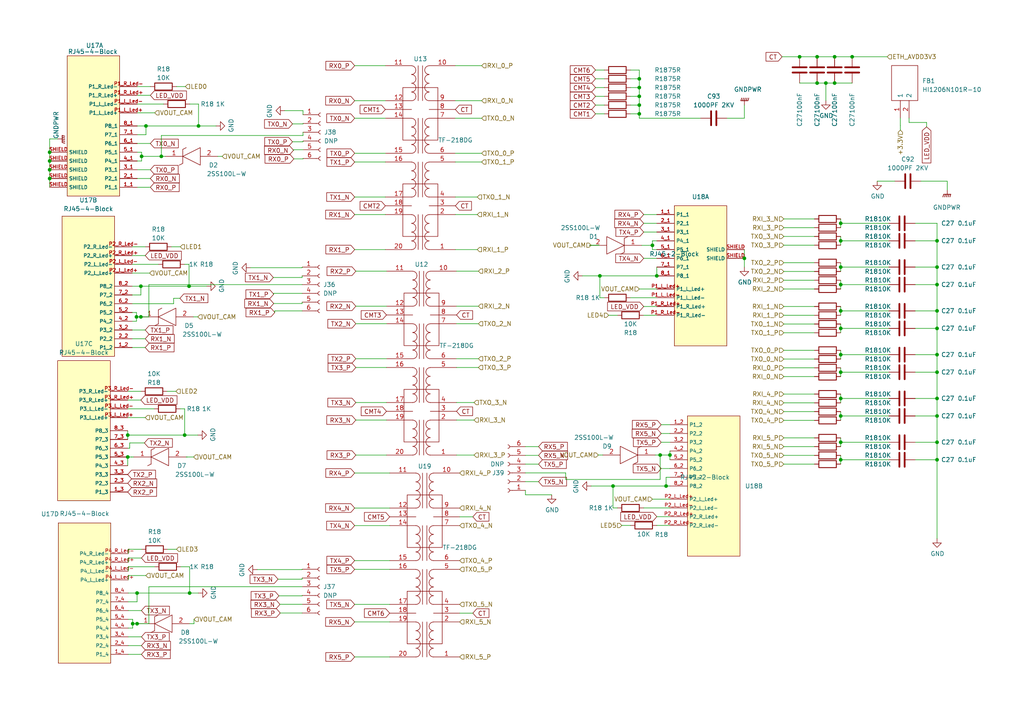
<source format=kicad_sch>
(kicad_sch (version 20230819) (generator eeschema)
  (paper "A4")
  (junction (at 243.84 120.65))
  (junction (at 271.78 120.65))
  (junction (at 185.42 33.02))
  (junction (at 185.42 25.4))
  (junction (at 243.84 82.55))
  (junction (at 271.78 102.87))
  (junction (at 37.0498 132.5455))
  (junction (at 271.78 133.35))
  (junction (at 40.8598 83.0155))
  (junction (at 243.84 64.77))
  (junction (at 243.84 77.47))
  (junction (at 57.5777 36.5343))
  (junction (at 271.78 82.55))
  (junction (at 243.84 95.25))
  (junction (at 242.0768 16.4702))
  (junction (at 42.3377 36.5343))
  (junction (at 185.42 30.48))
  (junction (at 40.8598 91.9055))
  (junction (at 194.31 131.9754))
  (junction (at 54.8298 83.0155))
  (junction (at 173.99 80.01))
  (junction (at 242.0768 24.0902))
  (junction (at 243.84 128.27))
  (junction (at 243.84 102.87))
  (junction (at 271.78 107.95))
  (junction (at 39.7562 172.0096))
  (junction (at 190.5 80.01))
  (junction (at 243.84 133.35))
  (junction (at 39.5898 91.9055))
  (junction (at 236.9968 24.0902))
  (junction (at 236.9968 16.4702))
  (junction (at 243.84 107.95))
  (junction (at 247.1568 16.4702))
  (junction (at 14.3977 51.7743))
  (junction (at 177.8 140.97))
  (junction (at 38.4862 180.8996))
  (junction (at 14.3977 49.2343))
  (junction (at 41.0677 45.3524))
  (junction (at 271.78 115.57))
  (junction (at 239.5368 24.0902))
  (junction (at 243.84 90.17))
  (junction (at 271.78 90.17))
  (junction (at 271.78 95.25))
  (junction (at 243.84 115.57))
  (junction (at 46.7953 45.3524))
  (junction (at 14.3977 44.1543))
  (junction (at 53.5598 126.1955))
  (junction (at 271.78 128.27))
  (junction (at 215.9 74.93))
  (junction (at 271.78 77.47))
  (junction (at 39.7562 180.8996))
  (junction (at 14.3977 46.6943))
  (junction (at 189.23 71.1611))
  (junction (at 243.84 69.85))
  (junction (at 54.9962 172.0096))
  (junction (at 271.78 69.85))
  (junction (at 185.42 27.94))
  (junction (at 185.42 22.86))
  (junction (at 193.193 140.97))
  (junction (at 231.9168 16.4702))
  (junction (at 191.4745 131.9754))
  (junction (at 37.0498 126.1955))
  (wire (pts (xy 243.84 90.17) (xy 257.81 90.17)))
  (wire (pts (xy 54.9962 164.3896) (xy 52.4562 164.3896)))
  (wire (pts (xy 236.22 96.52) (xy 227.33 96.52)))
  (wire (pts (xy 38.4862 180.8996) (xy 39.7562 180.8996)))
  (wire (pts (xy 57.5362 172.0096) (xy 54.9962 172.0096)))
  (wire (pts (xy 182.88 152.4) (xy 180.34 152.4)))
  (wire (pts (xy 236.22 129.54) (xy 227.33 129.54)))
  (wire (pts (xy 243.84 64.77) (xy 243.84 66.04)))
  (wire (pts (xy 236.22 101.6) (xy 227.33 101.6)))
  (wire (pts (xy 186.69 91.44) (xy 190.5 91.44)))
  (wire (pts (xy 87.63 77.6486) (xy 87.63 77.47)))
  (wire (pts (xy 102.8589 165.1412) (xy 113.0189 165.1412)))
  (wire (pts (xy 40.8598 83.0155) (xy 38.3198 83.0155)))
  (wire (pts (xy 179.07 91.44) (xy 176.53 91.44)))
  (wire (pts (xy 102.8589 162.6012) (xy 113.0189 162.6012)))
  (wire (pts (xy 243.84 107.95) (xy 257.81 107.95)))
  (wire (pts (xy 138.763 104.0531) (xy 132.413 104.0531)))
  (wire (pts (xy 79.2708 80.4862) (xy 87.63 80.4862)))
  (wire (pts (xy 38.3198 79.2055) (xy 43.3998 79.2055)))
  (wire (pts (xy 243.84 127) (xy 243.84 128.27)))
  (wire (pts (xy 38.7525 132.55) (xy 38.2445 132.55)))
  (wire (pts (xy 243.84 119.38) (xy 243.84 120.65)))
  (wire (pts (xy 236.22 106.68) (xy 227.33 106.68)))
  (wire (pts (xy 43.6077 54.3143) (xy 39.7977 54.3143)))
  (wire (pts (xy 226.8368 16.4702) (xy 231.9168 16.4702)))
  (wire (pts (xy 80.639 167.9883) (xy 87.63 167.9883)))
  (wire (pts (xy 242.0768 24.0902) (xy 247.1568 24.0902)))
  (wire (pts (xy 46.7953 45.3524) (xy 46.7953 39.3006)))
  (wire (pts (xy 84.8393 41.1282) (xy 87.884 41.1282)))
  (wire (pts (xy 39.7562 172.0096) (xy 39.7562 174.5496)))
  (wire (pts (xy 236.22 121.92) (xy 227.33 121.92)))
  (wire (pts (xy 40.8598 91.9055) (xy 43.18 91.9055)))
  (wire (pts (xy 41.0677 44.1543) (xy 41.0677 45.3524)))
  (wire (pts (xy 103.203 116.7531) (xy 112.093 116.7531)))
  (wire (pts (xy 243.84 101.6) (xy 243.84 102.87)))
  (wire (pts (xy 185.42 20.32) (xy 182.88 20.32)))
  (wire (pts (xy 215.9 34.29) (xy 215.9 30.48)))
  (wire (pts (xy 243.84 115.57) (xy 243.84 116.84)))
  (wire (pts (xy 271.78 77.47) (xy 271.78 82.55)))
  (wire (pts (xy 57.5777 30.1843) (xy 55.0377 30.1843)))
  (wire (pts (xy 38.3198 76.6655) (xy 45.9398 76.6655)))
  (wire (pts (xy 54.9962 180.8996) (xy 56.2662 180.8996)))
  (wire (pts (xy 41.0262 161.8496) (xy 37.2162 161.8496)))
  (wire (pts (xy 194.31 131.9754) (xy 194.31 133.35)))
  (wire (pts (xy 265.43 133.35) (xy 271.78 133.35)))
  (wire (pts (xy 74.5789 165.1988) (xy 87.63 165.1988)))
  (wire (pts (xy 139.7 34.29) (xy 132.08 34.29)))
  (wire (pts (xy 190.5 149.86) (xy 194.31 149.86)))
  (wire (pts (xy 152.4 139.7) (xy 156.21 139.7)))
  (wire (pts (xy 16.7685 40.2947) (xy 14.3977 40.2947)))
  (wire (pts (xy 271.78 102.87) (xy 271.78 107.95)))
  (wire (pts (xy 39.7562 180.8996) (xy 43.18 180.8996)))
  (wire (pts (xy 40.8598 116.0355) (xy 37.0498 116.0355)))
  (wire (pts (xy 14.3977 46.6943) (xy 14.3977 49.2343)))
  (wire (pts (xy 37.0498 118.5755) (xy 44.6698 118.5755)))
  (wire (pts (xy 14.3977 44.1543) (xy 14.3977 46.6943)))
  (wire (pts (xy 190.5 77.47) (xy 190.5 80.01)))
  (wire (pts (xy 138.763 78.6531) (xy 132.413 78.6531)))
  (wire (pts (xy 236.22 134.62) (xy 227.33 134.62)))
  (wire (pts (xy 186.69 64.77) (xy 190.5 64.77)))
  (wire (pts (xy 87.63 80.4862) (xy 87.63 80.01)))
  (wire (pts (xy 191.77 128.27) (xy 194.31 128.27)))
  (wire (pts (xy 274.743 55.0829) (xy 274.743 52.5429)))
  (wire (pts (xy 243.84 133.35) (xy 243.84 134.62)))
  (wire (pts (xy 79.3803 88.032) (xy 87.63 88.032)))
  (wire (pts (xy 268.7468 35.5202) (xy 263.6668 35.5202)))
  (wire (pts (xy 261.1399 37.7264) (xy 261.1399 36.4112)))
  (wire (pts (xy 243.84 82.55) (xy 243.84 83.82)))
  (wire (pts (xy 236.22 93.98) (xy 227.33 93.98)))
  (wire (pts (xy 236.22 104.14) (xy 227.33 104.14)))
  (wire (pts (xy 243.84 102.87) (xy 257.81 102.87)))
  (wire (pts (xy 38.2445 132.55) (xy 38.2445 132.5455)))
  (wire (pts (xy 37.0498 126.1955) (xy 53.5598 126.1955)))
  (wire (pts (xy 271.78 69.85) (xy 271.78 77.47)))
  (wire (pts (xy 236.22 76.2) (xy 227.33 76.2)))
  (wire (pts (xy 87.884 41.1282) (xy 87.884 40.894)))
  (wire (pts (xy 42.1298 100.7955) (xy 38.3198 100.7955)))
  (wire (pts (xy 242.0768 16.4702) (xy 247.1568 16.4702)))
  (wire (pts (xy 102.87 29.21) (xy 111.76 29.21)))
  (wire (pts (xy 236.22 71.12) (xy 227.33 71.12)))
  (wire (pts (xy 39.5898 91.9055) (xy 39.5898 93.1755)))
  (wire (pts (xy 172.72 20.32) (xy 175.26 20.32)))
  (wire (pts (xy 103.203 78.6531) (xy 112.093 78.6531)))
  (wire (pts (xy 87.63 175.26) (xy 81.1973 175.26)))
  (wire (pts (xy 54.9962 164.3896) (xy 54.9962 172.0096)))
  (wire (pts (xy 54.2465 132.5455) (xy 56.1634 132.5455)))
  (wire (pts (xy 37.6211 130.0055) (xy 37.0498 130.0055)))
  (wire (pts (xy 84.8393 35.9338) (xy 87.884 35.9338)))
  (wire (pts (xy 79.7049 90.17) (xy 79.7049 90.6292)))
  (wire (pts (xy 41.0262 159.3096) (xy 37.2162 159.3096)))
  (wire (pts (xy 72.6816 77.6486) (xy 87.63 77.6486)))
  (wire (pts (xy 42.1298 74.1255) (xy 38.3198 74.1255)))
  (wire (pts (xy 85.2241 46.0821) (xy 87.884 46.0821)))
  (wire (pts (xy 236.22 127) (xy 227.33 127)))
  (wire (pts (xy 172.72 33.02) (xy 175.26 33.02)))
  (wire (pts (xy 139.7 46.99) (xy 132.08 46.99)))
  (wire (pts (xy 186.69 88.9) (xy 190.5 88.9)))
  (wire (pts (xy 46.7953 45.3524) (xy 47.9339 45.3524)))
  (wire (pts (xy 57.3698 126.1955) (xy 53.5598 126.1955)))
  (wire (pts (xy 137.1489 177.8412) (xy 133.3389 177.8412)))
  (wire (pts (xy 236.22 132.08) (xy 227.33 132.08)))
  (wire (pts (xy 231.9168 16.4702) (xy 236.9968 16.4702)))
  (wire (pts (xy 191.4745 131.9754) (xy 191.4745 139.0615)))
  (wire (pts (xy 87.63 165.1988) (xy 87.63 165.1)))
  (wire (pts (xy 271.78 133.35) (xy 271.78 128.27)))
  (wire (pts (xy 172.72 30.48) (xy 175.26 30.48)))
  (wire (pts (xy 189.23 69.85) (xy 190.5 69.85)))
  (wire (pts (xy 39.7562 174.5496) (xy 37.2162 174.5496)))
  (wire (pts (xy 271.78 120.65) (xy 271.78 115.57)))
  (wire (pts (xy 43.6077 49.2343) (xy 39.7977 49.2343)))
  (wire (pts (xy 271.78 102.87) (xy 265.43 102.87)))
  (wire (pts (xy 63.1739 45.3524) (xy 64.4439 45.3524)))
  (wire (pts (xy 87.63 85.09) (xy 79.3803 85.09)))
  (wire (pts (xy 87.63 90.17) (xy 79.7049 90.17)))
  (wire (pts (xy 102.87 62.23) (xy 111.76 62.23)))
  (wire (pts (xy 239.5368 24.0902) (xy 242.0768 24.0902)))
  (wire (pts (xy 43.18 91.9055) (xy 43.18 82.55)))
  (wire (pts (xy 271.78 120.65) (xy 265.43 120.65)))
  (wire (pts (xy 174.8078 131.9754) (xy 173.5378 131.9754)))
  (wire (pts (xy 243.84 63.5) (xy 243.84 64.77)))
  (wire (pts (xy 42.1298 98.2555) (xy 38.3198 98.2555)))
  (wire (pts (xy 138.43 62.23) (xy 132.08 62.23)))
  (wire (pts (xy 173.99 86.36) (xy 175.26 86.36)))
  (wire (pts (xy 243.84 69.85) (xy 257.81 69.85)))
  (wire (pts (xy 103.203 121.8331) (xy 112.093 121.8331)))
  (wire (pts (xy 193.193 138.43) (xy 193.193 140.97)))
  (wire (pts (xy 185.42 34.29) (xy 185.42 33.02)))
  (wire (pts (xy 137.493 131.9931) (xy 132.413 131.9931)))
  (wire (pts (xy 37.2162 161.8496) (xy 37.2162 163.1196)))
  (wire (pts (xy 42.1298 95.7155) (xy 38.3198 95.7155)))
  (wire (pts (xy 54.8298 76.6655) (xy 53.5598 76.6655)))
  (wire (pts (xy 56.2662 180.8996) (xy 56.2662 179.6296)))
  (wire (pts (xy 42.1298 71.5855) (xy 38.3198 71.5855)))
  (wire (pts (xy 39.5898 93.1755) (xy 38.3198 93.1755)))
  (wire (pts (xy 46.7953 39.3006) (xy 87.884 39.3006)))
  (wire (pts (xy 54.2465 132.55) (xy 54.2465 132.5455)))
  (wire (pts (xy 52.1843 86.523) (xy 50.3543 86.523)))
  (wire (pts (xy 43.6077 25.1043) (xy 39.7977 25.1043)))
  (wire (pts (xy 243.84 77.47) (xy 257.81 77.47)))
  (wire (pts (xy 40.8598 83.0155) (xy 40.8598 85.5555)))
  (wire (pts (xy 194.31 147.32) (xy 186.69 147.32)))
  (wire (pts (xy 271.78 64.77) (xy 265.43 64.77)))
  (wire (pts (xy 40.8598 85.5555) (xy 38.3198 85.5555)))
  (wire (pts (xy 271.78 107.95) (xy 265.43 107.95)))
  (wire (pts (xy 50.3543 88.0955) (xy 38.3198 88.0955)))
  (wire (pts (xy 243.84 81.28) (xy 243.84 82.55)))
  (wire (pts (xy 194.31 138.43) (xy 193.193 138.43)))
  (wire (pts (xy 43.18 170.18) (xy 87.63 170.18)))
  (wire (pts (xy 53.5598 118.5755) (xy 52.2898 118.5755)))
  (wire (pts (xy 49.7498 71.5855) (xy 52.2898 71.5855)))
  (wire (pts (xy 42.3377 36.5343) (xy 39.7977 36.5343)))
  (wire (pts (xy 243.84 64.77) (xy 257.81 64.77)))
  (wire (pts (xy 81.1973 175.26) (xy 81.1973 175.2901)))
  (wire (pts (xy 185.42 22.86) (xy 182.88 22.86)))
  (wire (pts (xy 102.87 46.99) (xy 111.76 46.99)))
  (wire (pts (xy 271.78 82.55) (xy 265.43 82.55)))
  (wire (pts (xy 236.22 116.84) (xy 227.33 116.84)))
  (wire (pts (xy 152.4 129.54) (xy 156.21 129.54)))
  (wire (pts (xy 38.4862 180.8996) (xy 38.4862 182.1696)))
  (wire (pts (xy 87.884 39.3006) (xy 87.884 38.354)))
  (wire (pts (xy 102.8589 147.3612) (xy 113.0189 147.3612)))
  (wire (pts (xy 236.22 78.74) (xy 227.33 78.74)))
  (wire (pts (xy 41.0677 46.6943) (xy 39.7977 46.6943)))
  (wire (pts (xy 271.78 95.25) (xy 271.78 102.87)))
  (wire (pts (xy 42.3377 39.0743) (xy 39.7977 39.0743)))
  (wire (pts (xy 271.78 90.17) (xy 265.43 90.17)))
  (wire (pts (xy 137.1489 149.9012) (xy 133.3389 149.9012)))
  (wire (pts (xy 194.31 130.81) (xy 194.31 131.9754)))
  (wire (pts (xy 194.31 144.78) (xy 189.23 144.78)))
  (wire (pts (xy 243.84 128.27) (xy 243.84 129.54)))
  (wire (pts (xy 168.91 80.01) (xy 173.99 80.01)))
  (wire (pts (xy 53.9925 132.55) (xy 54.2465 132.55)))
  (wire (pts (xy 41.888 128.4713) (xy 37.6211 128.4713)))
  (wire (pts (xy 243.84 120.65) (xy 257.81 120.65)))
  (wire (pts (xy 191.77 125.73) (xy 194.31 125.73)))
  (wire (pts (xy 271.78 156.21) (xy 271.78 133.35)))
  (wire (pts (xy 37.0498 124.9255) (xy 37.0498 126.1955)))
  (wire (pts (xy 185.42 27.94) (xy 182.88 27.94)))
  (wire (pts (xy 87.63 172.819) (xy 87.63 172.72)))
  (wire (pts (xy 87.63 167.9883) (xy 87.63 167.64)))
  (wire (pts (xy 271.78 95.25) (xy 265.43 95.25)))
  (wire (pts (xy 14.3977 51.7743) (xy 14.3977 54.3143)))
  (wire (pts (xy 39.7977 30.1843) (xy 47.4177 30.1843)))
  (wire (pts (xy 236.22 119.38) (xy 227.33 119.38)))
  (wire (pts (xy 190.5 80.01) (xy 173.99 80.01)))
  (wire (pts (xy 185.42 25.4) (xy 185.42 27.94)))
  (wire (pts (xy 257.3168 16.4702) (xy 247.1568 16.4702)))
  (wire (pts (xy 37.2162 179.6296) (xy 38.4862 179.6296)))
  (wire (pts (xy 103.203 106.5931) (xy 112.093 106.5931)))
  (wire (pts (xy 236.9968 16.4702) (xy 242.0768 16.4702)))
  (wire (pts (xy 138.763 93.8931) (xy 132.413 93.8931)))
  (wire (pts (xy 271.78 69.85) (xy 265.43 69.85)))
  (wire (pts (xy 102.8589 180.3812) (xy 113.0189 180.3812)))
  (wire (pts (xy 37.2162 166.9296) (xy 37.2162 168.1996)))
  (wire (pts (xy 37.0498 132.5455) (xy 37.0498 135.0855)))
  (wire (pts (xy 191.4745 139.0615) (xy 164.0724 139.0615)))
  (wire (pts (xy 139.7 44.45) (xy 132.08 44.45)))
  (wire (pts (xy 172.72 27.94) (xy 175.26 27.94)))
  (wire (pts (xy 243.84 132.08) (xy 243.84 133.35)))
  (wire (pts (xy 81.28 177.8) (xy 87.63 177.8)))
  (wire (pts (xy 271.78 77.47) (xy 265.43 77.47)))
  (wire (pts (xy 190.5 86.36) (xy 182.88 86.36)))
  (wire (pts (xy 152.4 132.08) (xy 156.21 132.08)))
  (wire (pts (xy 191.77 135.89) (xy 194.31 135.89)))
  (wire (pts (xy 243.84 77.47) (xy 243.84 78.74)))
  (wire (pts (xy 37.6211 128.4713) (xy 37.6211 130.0055)))
  (wire (pts (xy 243.84 120.65) (xy 243.84 121.92)))
  (wire (pts (xy 186.69 67.31) (xy 190.5 67.31)))
  (wire (pts (xy 80.8923 172.819) (xy 87.63 172.819)))
  (wire (pts (xy 50.3543 86.523) (xy 50.3543 88.0955)))
  (wire (pts (xy 137.493 116.7531) (xy 132.413 116.7531)))
  (wire (pts (xy 48.6462 159.3096) (xy 51.1862 159.3096)))
  (wire (pts (xy 185.42 20.32) (xy 185.42 22.86)))
  (wire (pts (xy 37.2162 164.3896) (xy 44.8362 164.3896)))
  (wire (pts (xy 185.42 33.02) (xy 182.88 33.02)))
  (wire (pts (xy 193.193 140.97) (xy 177.8 140.97)))
  (wire (pts (xy 177.8 147.32) (xy 177.8 140.97)))
  (wire (pts (xy 194.31 140.97) (xy 193.193 140.97)))
  (wire (pts (xy 139.7 19.05) (xy 132.08 19.05)))
  (wire (pts (xy 243.84 95.25) (xy 243.84 96.52)))
  (wire (pts (xy 185.42 30.48) (xy 185.42 27.94)))
  (wire (pts (xy 261.1399 36.4112) (xy 261.1268 36.4112)))
  (wire (pts (xy 189.23 72.39) (xy 189.23 71.1611)))
  (wire (pts (xy 39.7562 172.0096) (xy 37.2162 172.0096)))
  (wire (pts (xy 57.5777 30.1843) (xy 57.5777 36.5343)))
  (wire (pts (xy 263.6668 35.5202) (xy 263.6668 34.2502)))
  (wire (pts (xy 186.69 62.23) (xy 190.5 62.23)))
  (wire (pts (xy 43.6077 41.6143) (xy 39.7977 41.6143)))
  (wire (pts (xy 243.84 106.68) (xy 243.84 107.95)))
  (wire (pts (xy 37.2162 164.3896) (xy 37.2162 165.6596)))
  (wire (pts (xy 152.4 134.62) (xy 156.21 134.62)))
  (wire (pts (xy 39.5898 91.9055) (xy 40.8598 91.9055)))
  (wire (pts (xy 236.22 68.58) (xy 227.33 68.58)))
  (wire (pts (xy 37.2162 166.9296) (xy 42.2962 166.9296)))
  (wire (pts (xy 261.1268 36.4112) (xy 261.1268 34.2502)))
  (wire (pts (xy 271.78 64.77) (xy 271.78 69.85)))
  (wire (pts (xy 236.22 88.9) (xy 227.33 88.9)))
  (wire (pts (xy 236.22 114.3) (xy 227.33 114.3)))
  (wire (pts (xy 171.45 140.97) (xy 177.8 140.97)))
  (wire (pts (xy 271.78 115.57) (xy 265.43 115.57)))
  (wire (pts (xy 173.99 86.36) (xy 173.99 80.01)))
  (wire (pts (xy 236.22 63.5) (xy 227.33 63.5)))
  (wire (pts (xy 102.87 44.45) (xy 111.76 44.45)))
  (wire (pts (xy 48.4798 113.4955) (xy 51.0198 113.4955)))
  (wire (pts (xy 102.8589 175.3012) (xy 113.0189 175.3012)))
  (wire (pts (xy 189.23 69.85) (xy 189.23 71.1611)))
  (wire (pts (xy 56.0998 91.9055) (xy 57.3698 91.9055)))
  (wire (pts (xy 38.4862 179.6296) (xy 38.4862 180.8996)))
  (wire (pts (xy 138.763 106.5931) (xy 132.413 106.5931)))
  (wire (pts (xy 57.5777 36.5343) (xy 42.3377 36.5343)))
  (wire (pts (xy 243.84 102.87) (xy 243.84 104.14)))
  (wire (pts (xy 236.22 66.04) (xy 227.33 66.04)))
  (wire (pts (xy 37.0498 132.5455) (xy 38.2445 132.5455)))
  (wire (pts (xy 54.8298 83.0155) (xy 59.9098 83.0155)))
  (wire (pts (xy 103.203 131.9931) (xy 112.093 131.9931)))
  (wire (pts (xy 82.5788 32.0861) (xy 87.884 32.0861)))
  (wire (pts (xy 139.7 29.21) (xy 132.08 29.21)))
  (wire (pts (xy 170.9011 71.1611) (xy 173.736 71.1611)))
  (wire (pts (xy 87.63 88.032) (xy 87.63 87.63)))
  (wire (pts (xy 102.87 34.29) (xy 111.76 34.29)))
  (wire (pts (xy 190.0478 131.9754) (xy 191.4745 131.9754)))
  (wire (pts (xy 236.22 109.22) (xy 227.33 109.22)))
  (wire (pts (xy 172.72 22.86) (xy 175.26 22.86)))
  (wire (pts (xy 186.69 74.93) (xy 190.5 74.93)))
  (wire (pts (xy 271.78 90.17) (xy 271.78 95.25)))
  (wire (pts (xy 37.2162 159.3096) (xy 37.2162 160.5796)))
  (wire (pts (xy 41.0677 45.3524) (xy 41.0677 46.6943)))
  (wire (pts (xy 236.22 81.28) (xy 227.33 81.28)))
  (wire (pts (xy 137.493 121.8331) (xy 132.413 121.8331)))
  (wire (pts (xy 271.78 115.57) (xy 271.78 107.95)))
  (wire (pts (xy 185.42 25.4) (xy 182.88 25.4)))
  (wire (pts (xy 236.9968 24.0902) (xy 231.9168 24.0902)))
  (wire (pts (xy 173.736 71.12) (xy 171.45 71.12)))
  (wire (pts (xy 43.6077 27.6443) (xy 39.7977 27.6443)))
  (wire (pts (xy 40.8598 83.0155) (xy 54.8298 83.0155)))
  (wire (pts (xy 38.3198 90.6355) (xy 39.5898 90.6355)))
  (wire (pts (xy 185.42 34.29) (xy 203.2 34.29)))
  (wire (pts (xy 190.5 83.82) (xy 185.42 83.82)))
  (wire (pts (xy 51.2277 25.1043) (xy 53.7677 25.1043)))
  (wire (pts (xy 215.9 72.39) (xy 215.9 74.93)))
  (wire (pts (xy 215.9 74.93) (xy 215.9 77.47)))
  (wire (pts (xy 190.5 152.4) (xy 194.31 152.4)))
  (wire (pts (xy 185.42 22.86) (xy 185.42 25.4)))
  (wire (pts (xy 102.8589 152.4412) (xy 113.0189 152.4412)))
  (wire (pts (xy 243.84 115.57) (xy 257.81 115.57)))
  (wire (pts (xy 236.22 83.82) (xy 227.33 83.82)))
  (wire (pts (xy 243.84 128.27) (xy 257.81 128.27)))
  (wire (pts (xy 138.43 72.39) (xy 132.08 72.39)))
  (wire (pts (xy 243.84 114.3) (xy 243.84 115.57)))
  (wire (pts (xy 160.02 143.51) (xy 152.4 143.51)))
  (wire (pts (xy 103.203 93.8931) (xy 112.093 93.8931)))
  (wire (pts (xy 39.7977 44.1543) (xy 41.0677 44.1543)))
  (wire (pts (xy 243.84 90.17) (xy 243.84 91.44)))
  (wire (pts (xy 87.884 35.9338) (xy 87.884 35.814)))
  (wire (pts (xy 243.84 88.9) (xy 243.84 90.17)))
  (wire (pts (xy 102.8589 137.2012) (xy 113.0189 137.2012)))
  (wire (pts (xy 243.84 133.35) (xy 257.81 133.35)))
  (wire (pts (xy 243.84 68.58) (xy 243.84 69.85)))
  (wire (pts (xy 37.0498 121.1155) (xy 42.1298 121.1155)))
  (wire (pts (xy 164.0724 137.16) (xy 152.4 137.16)))
  (wire (pts (xy 243.84 69.85) (xy 243.84 71.12)))
  (wire (pts (xy 186.1411 71.1611) (xy 189.23 71.1611)))
  (wire (pts (xy 102.87 57.15) (xy 111.76 57.15)))
  (wire (pts (xy 43.18 82.55) (xy 87.63 82.55)))
  (wire (pts (xy 14.3977 40.2947) (xy 14.3977 44.1543)))
  (wire (pts (xy 41.0262 177.0896) (xy 37.2162 177.0896)))
  (wire (pts (xy 39.7562 172.0096) (xy 54.9962 172.0096)))
  (wire (pts (xy 243.84 93.98) (xy 243.84 95.25)))
  (wire (pts (xy 164.0724 139.0615) (xy 164.0724 137.16)))
  (wire (pts (xy 215.9 34.29) (xy 210.82 34.29)))
  (wire (pts (xy 79.3803 85.09) (xy 79.3803 85.3266)))
  (wire (pts (xy 152.4 143.51) (xy 152.4 142.24)))
  (wire (pts (xy 87.884 43.434) (xy 85.1279 43.434)))
  (wire (pts (xy 173.736 71.1611) (xy 173.736 71.12)))
  (wire (pts (xy 243.84 82.55) (xy 257.81 82.55)))
  (wire (pts (xy 243.84 95.25) (xy 257.81 95.25)))
  (wire (pts (xy 243.84 76.2) (xy 243.84 77.47)))
  (wire (pts (xy 38.4862 182.1696) (xy 37.2162 182.1696)))
  (wire (pts (xy 102.87 72.39) (xy 111.76 72.39)))
  (wire (pts (xy 236.9968 24.0902) (xy 239.5368 24.0902)))
  (wire (pts (xy 265.43 128.27) (xy 271.78 128.27)))
  (wire (pts (xy 41.0262 189.7896) (xy 37.2162 189.7896)))
  (wire (pts (xy 236.22 91.44) (xy 227.33 91.44)))
  (wire (pts (xy 102.8589 190.5412) (xy 113.0189 190.5412)))
  (wire (pts (xy 39.5898 90.6355) (xy 39.5898 91.9055)))
  (wire (pts (xy 37.0498 126.1955) (xy 37.0498 127.4655)))
  (wire (pts (xy 138.763 88.8131) (xy 132.413 88.8131)))
  (wire (pts (xy 40.8598 113.4955) (xy 37.0498 113.4955)))
  (wire (pts (xy 14.3977 49.2343) (xy 14.3977 51.7743)))
  (wire (pts (xy 177.8 147.32) (xy 179.07 147.32)))
  (wire (pts (xy 185.42 30.48) (xy 182.88 30.48)))
  (wire (pts (xy 190.5 72.39) (xy 189.23 72.39)))
  (wire (pts (xy 243.84 107.95) (xy 243.84 109.22)))
  (wire (pts (xy 103.203 104.0531) (xy 112.093 104.0531)))
  (wire (pts (xy 172.72 25.4) (xy 175.26 25.4)))
  (wire (pts (xy 268.7468 36.7902) (xy 268.7468 35.5202)))
  (wire (pts (xy 41.0262 184.7096) (xy 37.2162 184.7096)))
  (wire (pts (xy 42.3377 36.5343) (xy 42.3377 39.0743)))
  (wire (pts (xy 54.8298 76.6655) (xy 54.8298 83.0155)))
  (wire (pts (xy 274.743 52.5429) (xy 267.123 52.5429)))
  (wire (pts (xy 191.4745 131.9754) (xy 194.31 131.9754)))
  (wire (pts (xy 87.884 32.0861) (xy 87.884 33.274)))
  (wire (pts (xy 102.87 19.05) (xy 111.76 19.05)))
  (wire (pts (xy 271.78 128.27) (xy 271.78 120.65)))
  (wire (pts (xy 85.1279 43.434) (xy 85.1279 43.5811)))
  (wire (pts (xy 41.0262 187.2496) (xy 37.2162 187.2496)))
  (wire (pts (xy 87.884 46.0821) (xy 87.884 45.974)))
  (wire (pts (xy 103.203 88.8131) (xy 112.093 88.8131)))
  (wire (pts (xy 41.0677 45.3524) (xy 46.7953 45.3524)))
  (wire (pts (xy 254.423 52.5429) (xy 259.503 52.5429)))
  (wire (pts (xy 43.6077 51.7743) (xy 39.7977 51.7743)))
  (wire (pts (xy 239.5368 29.1702) (xy 239.5368 24.0902)))
  (wire (pts (xy 271.78 82.55) (xy 271.78 90.17)))
  (wire (pts (xy 43.18 180.8996) (xy 43.18 170.18)))
  (wire (pts (xy 191.77 123.19) (xy 194.31 123.19)))
  (wire (pts (xy 39.7977 32.7243) (xy 44.8777 32.7243)))
  (wire (pts (xy 62.6577 36.5343) (xy 57.5777 36.5343)))
  (wire (pts (xy 138.43 57.15) (xy 132.08 57.15)))
  (wire (pts (xy 185.42 30.48) (xy 185.42 33.02)))
  (wire (pts (xy 53.5598 118.5755) (xy 53.5598 126.1955)))
  (global_label "RX2_P" (shape input) (at 37.0498 142.7055 0) (property "Intersheetrefs" "${INTERSHEET_REFS}" (effects hide)))
  (global_label "LED_VDD" (shape input) (at 190.5 149.86 180) (property "Intersheetrefs" "${INTERSHEET_REFS}" (effects hide)))
  (global_label "TX2_N" (shape input) (at 103.203 93.8931 180) (property "Intersheetrefs" "${INTERSHEET_REFS}" (effects hide)))
  (global_label "RX5_N" (shape input) (at 191.77 125.73 180) (property "Intersheetrefs" "${INTERSHEET_REFS}" (effects hide)))
  (global_label "LED_VDD" (shape input) (at 43.6077 27.6443 0) (property "Intersheetrefs" "${INTERSHEET_REFS}" (effects hide)))
  (global_label "RX4_N" (shape input) (at 186.69 64.77 180) (property "Intersheetrefs" "${INTERSHEET_REFS}" (effects hide)))
  (global_label "RX3_P" (shape input) (at 81.28 177.8 180) (property "Intersheetrefs" "${INTERSHEET_REFS}" (effects hide)))
  (global_label "TX3_N" (shape input) (at 41.0262 177.0896 0) (property "Intersheetrefs" "${INTERSHEET_REFS}" (effects hide)))
  (global_label "TX1_P" (shape input) (at 79.3803 85.3266 180) (property "Intersheetrefs" "${INTERSHEET_REFS}" (effects hide)))
  (global_label "CMT5" (shape input) (at 113.0189 149.9012 180) (property "Intersheetrefs" "${INTERSHEET_REFS}" (effects hide)))
  (global_label "CT" (shape input) (at 137.1489 177.8412 0) (property "Intersheetrefs" "${INTERSHEET_REFS}" (effects hide)))
  (global_label "RX5_N" (shape input) (at 102.8589 180.3812 180) (property "Intersheetrefs" "${INTERSHEET_REFS}" (effects hide)))
  (global_label "TX0_N" (shape input) (at 43.6077 41.6143 0) (property "Intersheetrefs" "${INTERSHEET_REFS}" (effects hide)))
  (global_label "CMT5" (shape input) (at 172.72 22.86 180) (property "Intersheetrefs" "${INTERSHEET_REFS}" (effects hide)))
  (global_label "TX5_N" (shape input) (at 191.77 135.89 180) (property "Intersheetrefs" "${INTERSHEET_REFS}" (effects hide)))
  (global_label "CT" (shape input) (at 132.08 59.69 0) (property "Intersheetrefs" "${INTERSHEET_REFS}" (effects hide)))
  (global_label "TX5_P" (shape input) (at 156.21 134.62 0) (property "Intersheetrefs" "${INTERSHEET_REFS}" (effects hide)))
  (global_label "RX0_N" (shape input) (at 102.87 29.21 180) (property "Intersheetrefs" "${INTERSHEET_REFS}" (effects hide)))
  (global_label "TX1_N" (shape input) (at 52.1843 86.523 0) (property "Intersheetrefs" "${INTERSHEET_REFS}" (effects hide)))
  (global_label "CMT3" (shape input) (at 112.093 91.3531 180) (property "Intersheetrefs" "${INTERSHEET_REFS}" (effects hide)))
  (global_label "RX3_N" (shape input) (at 81.1973 175.2901 180) (property "Intersheetrefs" "${INTERSHEET_REFS}" (effects hide)))
  (global_label "TX0_P" (shape input) (at 84.8393 41.1282 180) (property "Intersheetrefs" "${INTERSHEET_REFS}" (effects hide)))
  (global_label "LED_VDD" (shape input) (at 42.1298 74.1255 0) (property "Intersheetrefs" "${INTERSHEET_REFS}" (effects hide)))
  (global_label "TX1_P" (shape input) (at 42.1298 95.7155 0) (property "Intersheetrefs" "${INTERSHEET_REFS}" (effects hide)))
  (global_label "RX5_N" (shape input) (at 156.21 132.08 0) (property "Intersheetrefs" "${INTERSHEET_REFS}" (effects hide)))
  (global_label "TX3_P" (shape input) (at 80.8923 172.819 180) (property "Intersheetrefs" "${INTERSHEET_REFS}" (effects hide)))
  (global_label "LED_VDD" (shape input) (at 268.7468 36.7902 270) (property "Intersheetrefs" "${INTERSHEET_REFS}" (effects hide)))
  (global_label "RX2_N" (shape input) (at 103.203 88.8131 180) (property "Intersheetrefs" "${INTERSHEET_REFS}" (effects hide)))
  (global_label "TX5_P" (shape input) (at 191.77 128.27 180) (property "Intersheetrefs" "${INTERSHEET_REFS}" (effects hide)))
  (global_label "TX5_N" (shape input) (at 102.8589 175.3012 180) (property "Intersheetrefs" "${INTERSHEET_REFS}" (effects hide)))
  (global_label "CT" (shape input) (at 137.1489 149.9012 0) (property "Intersheetrefs" "${INTERSHEET_REFS}" (effects hide)))
  (global_label "TX3_N" (shape input) (at 80.639 167.9883 180) (property "Intersheetrefs" "${INTERSHEET_REFS}" (effects hide)))
  (global_label "RX4_P" (shape input) (at 102.8589 137.2012 180) (property "Intersheetrefs" "${INTERSHEET_REFS}" (effects hide)))
  (global_label "RX2_N" (shape input) (at 37.0498 140.1655 0) (property "Intersheetrefs" "${INTERSHEET_REFS}" (effects hide)))
  (global_label "TX0_P" (shape input) (at 102.87 44.45 180) (property "Intersheetrefs" "${INTERSHEET_REFS}" (effects hide)))
  (global_label "RX0_N" (shape input) (at 85.1279 43.5811 180) (property "Intersheetrefs" "${INTERSHEET_REFS}" (effects hide)))
  (global_label "LED_VDD" (shape input) (at 186.69 88.9 180) (property "Intersheetrefs" "${INTERSHEET_REFS}" (effects hide)))
  (global_label "TX5_P" (shape input) (at 102.8589 165.1412 180) (property "Intersheetrefs" "${INTERSHEET_REFS}" (effects hide)))
  (global_label "RX0_P" (shape input) (at 85.2241 46.0821 180) (property "Intersheetrefs" "${INTERSHEET_REFS}" (effects hide)))
  (global_label "RX3_N" (shape input) (at 103.203 121.8331 180) (property "Intersheetrefs" "${INTERSHEET_REFS}" (effects hide)))
  (global_label "LED_VDD" (shape input) (at 41.0262 161.8496 0) (property "Intersheetrefs" "${INTERSHEET_REFS}" (effects hide)))
  (global_label "CT" (shape input) (at 132.413 91.3531 0) (property "Intersheetrefs" "${INTERSHEET_REFS}" (effects hide)))
  (global_label "TX4_N" (shape input) (at 102.8589 152.4412 180) (property "Intersheetrefs" "${INTERSHEET_REFS}" (effects hide)))
  (global_label "TX4_P" (shape input) (at 186.69 67.31 180) (property "Intersheetrefs" "${INTERSHEET_REFS}" (effects hide)))
  (global_label "RX2_P" (shape input) (at 103.203 78.6531 180) (property "Intersheetrefs" "${INTERSHEET_REFS}" (effects hide)))
  (global_label "TX2_P" (shape input) (at 103.203 104.0531 180) (property "Intersheetrefs" "${INTERSHEET_REFS}" (effects hide)))
  (global_label "TX1_P" (shape input) (at 102.87 46.99 180) (property "Intersheetrefs" "${INTERSHEET_REFS}" (effects hide)))
  (global_label "RX0_N" (shape input) (at 43.6077 51.7743 0) (property "Intersheetrefs" "${INTERSHEET_REFS}" (effects hide)))
  (global_label "TX2_P" (shape input) (at 37.0498 137.6255 0) (property "Intersheetrefs" "${INTERSHEET_REFS}" (effects hide)))
  (global_label "RX4_P" (shape input) (at 186.69 62.23 180) (property "Intersheetrefs" "${INTERSHEET_REFS}" (effects hide)))
  (global_label "RX3_P" (shape input) (at 41.0262 189.7896 0) (property "Intersheetrefs" "${INTERSHEET_REFS}" (effects hide)))
  (global_label "CT" (shape input) (at 132.08 31.75 0) (property "Intersheetrefs" "${INTERSHEET_REFS}" (effects hide)))
  (global_label "CT" (shape input) (at 132.413 119.2931 0) (property "Intersheetrefs" "${INTERSHEET_REFS}" (effects hide)))
  (global_label "TX0_N" (shape input) (at 84.8393 35.9338 180) (property "Intersheetrefs" "${INTERSHEET_REFS}" (effects hide)))
  (global_label "RX1_N" (shape input) (at 42.1298 98.2555 0) (property "Intersheetrefs" "${INTERSHEET_REFS}" (effects hide)))
  (global_label "TX3_N" (shape input) (at 103.203 116.7531 180) (property "Intersheetrefs" "${INTERSHEET_REFS}" (effects hide)))
  (global_label "TX3_P" (shape input) (at 103.203 106.5931 180) (property "Intersheetrefs" "${INTERSHEET_REFS}" (effects hide)))
  (global_label "TX1_N" (shape input) (at 102.87 57.15 180) (property "Intersheetrefs" "${INTERSHEET_REFS}" (effects hide)))
  (global_label "TX0_N" (shape input) (at 102.87 34.29 180) (property "Intersheetrefs" "${INTERSHEET_REFS}" (effects hide)))
  (global_label "CMT4" (shape input) (at 112.093 119.2931 180) (property "Intersheetrefs" "${INTERSHEET_REFS}" (effects hide)))
  (global_label "TX0_P" (shape input) (at 43.6077 49.2343 0) (property "Intersheetrefs" "${INTERSHEET_REFS}" (effects hide)))
  (global_label "CMT6" (shape input) (at 113.0189 177.8412 180) (property "Intersheetrefs" "${INTERSHEET_REFS}" (effects hide)))
  (global_label "LED_VDD" (shape input) (at 40.8598 116.0355 0) (property "Intersheetrefs" "${INTERSHEET_REFS}" (effects hide)))
  (global_label "RX5_P" (shape input) (at 156.21 129.54 0) (property "Intersheetrefs" "${INTERSHEET_REFS}" (effects hide)))
  (global_label "RX5_P" (shape input) (at 102.8589 190.5412 180) (property "Intersheetrefs" "${INTERSHEET_REFS}" (effects hide)))
  (global_label "TX2_N" (shape input) (at 41.888 128.4713 0) (property "Intersheetrefs" "${INTERSHEET_REFS}" (effects hide)))
  (global_label "RX1_P" (shape input) (at 79.7049 90.6292 180) (property "Intersheetrefs" "${INTERSHEET_REFS}" (effects hide)))
  (global_label "RX3_N" (shape input) (at 41.0262 187.2496 0) (property "Intersheetrefs" "${INTERSHEET_REFS}" (effects hide)))
  (global_label "TX1_N" (shape input) (at 79.2708 80.4862 180) (property "Intersheetrefs" "${INTERSHEET_REFS}" (effects hide)))
  (global_label "RX3_P" (shape input) (at 103.203 131.9931 180) (property "Intersheetrefs" "${INTERSHEET_REFS}" (effects hide)))
  (global_label "RX0_P" (shape input) (at 102.87 19.05 180) (property "Intersheetrefs" "${INTERSHEET_REFS}" (effects hide)))
  (global_label "RX1_N" (shape input) (at 79.3803 88.032 180) (property "Intersheetrefs" "${INTERSHEET_REFS}" (effects hide)))
  (global_label "TX5_N" (shape input) (at 156.21 139.7 0) (property "Intersheetrefs" "${INTERSHEET_REFS}" (effects hide)))
  (global_label "CT" (shape input) (at 226.8368 16.4702 180) (property "Intersheetrefs" "${INTERSHEET_REFS}" (effects hide)))
  (global_label "CMT2" (shape input) (at 111.76 59.69 180) (property "Intersheetrefs" "${INTERSHEET_REFS}" (effects hide)))
  (global_label "CMT1" (shape input) (at 172.72 33.02 180) (property "Intersheetrefs" "${INTERSHEET_REFS}" (effects hide)))
  (global_label "RX4_N" (shape input) (at 102.8589 147.3612 180) (property "Intersheetrefs" "${INTERSHEET_REFS}" (effects hide)))
  (global_label "TX4_P" (shape input) (at 102.8589 162.6012 180) (property "Intersheetrefs" "${INTERSHEET_REFS}" (effects hide)))
  (global_label "CMT1" (shape input) (at 111.76 31.75 180) (property "Intersheetrefs" "${INTERSHEET_REFS}" (effects hide)))
  (global_label "TX4_N" (shape input) (at 186.69 74.93 180) (property "Intersheetrefs" "${INTERSHEET_REFS}" (effects hide)))
  (global_label "CMT3" (shape input) (at 172.72 27.94 180) (property "Intersheetrefs" "${INTERSHEET_REFS}" (effects hide)))
  (global_label "RX1_P" (shape input) (at 42.1298 100.7955 0) (property "Intersheetrefs" "${INTERSHEET_REFS}" (effects hide)))
  (global_label "CMT2" (shape input) (at 172.72 30.48 180) (property "Intersheetrefs" "${INTERSHEET_REFS}" (effects hide)))
  (global_label "RX0_P" (shape input) (at 43.6077 54.3143 0) (property "Intersheetrefs" "${INTERSHEET_REFS}" (effects hide)))
  (global_label "TX3_P" (shape input) (at 41.0262 184.7096 0) (property "Intersheetrefs" "${INTERSHEET_REFS}" (effects hide)))
  (global_label "RX5_P" (shape input) (at 191.77 123.19 180) (property "Intersheetrefs" "${INTERSHEET_REFS}" (effects hide)))
  (global_label "CMT6" (shape input) (at 172.72 20.32 180) (property "Intersheetrefs" "${INTERSHEET_REFS}" (effects hide)))
  (global_label "RX1_P" (shape input) (at 102.87 72.39 180) (property "Intersheetrefs" "${INTERSHEET_REFS}" (effects hide)))
  (global_label "CMT4" (shape input) (at 172.72 25.4 180) (property "Intersheetrefs" "${INTERSHEET_REFS}" (effects hide)))
  (global_label "RX1_N" (shape input) (at 102.87 62.23 180) (property "Intersheetrefs" "${INTERSHEET_REFS}" (effects hide)))
  (hierarchical_label "TXO_3_N" (shape input) (at 137.493 116.7531 0) (property "Intersheetrefs" "${INTERSHEET_REFS}" (effects hide)))
  (hierarchical_label "VOUT_CAM" (shape input) (at 44.8777 32.7243 0))
  (hierarchical_label "RXI_4_N" (shape input) (at 133.3389 147.3612 0) (property "Intersheetrefs" "${INTERSHEET_REFS}" (effects hide)))
  (hierarchical_label "LED3" (shape input) (at 51.1862 159.3096 0))
  (hierarchical_label "ETH_AVDD3V3" (shape input) (at 257.3168 16.4702 0))
  (hierarchical_label "TXO_4_P" (shape input) (at 227.33 121.92 180) (property "Intersheetrefs" "${INTERSHEET_REFS}" (effects hide)))
  (hierarchical_label "VOUT_CAM" (shape input) (at 56.1634 132.5455 0))
  (hierarchical_label "TXO_5_P" (shape input) (at 133.3389 165.1412 0) (property "Intersheetrefs" "${INTERSHEET_REFS}" (effects hide)))
  (hierarchical_label "RXI_0_N" (shape input) (at 139.7 29.21 0) (property "Intersheetrefs" "${INTERSHEET_REFS}" (effects hide)))
  (hierarchical_label "TXO_0_N" (shape input) (at 227.33 104.14 180) (property "Intersheetrefs" "${INTERSHEET_REFS}" (effects hide)))
  (hierarchical_label "VOUT_CAM" (shape input) (at 173.5378 131.9754 180))
  (hierarchical_label "TXO_5_N" (shape input) (at 227.33 132.08 180) (property "Intersheetrefs" "${INTERSHEET_REFS}" (effects hide)))
  (hierarchical_label "RXI_3_P" (shape input) (at 137.493 131.9931 0) (property "Intersheetrefs" "${INTERSHEET_REFS}" (effects hide)))
  (hierarchical_label "VOUT_CAM" (shape input) (at 171.45 71.12 180))
  (hierarchical_label "TXO_2_N" (shape input) (at 138.763 93.8931 0) (property "Intersheetrefs" "${INTERSHEET_REFS}" (effects hide)))
  (hierarchical_label "VOUT_CAM" (shape input) (at 57.3698 91.9055 0))
  (hierarchical_label "RXI_0_P" (shape input) (at 139.7 19.05 0) (property "Intersheetrefs" "${INTERSHEET_REFS}" (effects hide)))
  (hierarchical_label "TXO_4_N" (shape input) (at 227.33 119.38 180) (property "Intersheetrefs" "${INTERSHEET_REFS}" (effects hide)))
  (hierarchical_label "RXI_1_P" (shape input) (at 227.33 91.44 180) (property "Intersheetrefs" "${INTERSHEET_REFS}" (effects hide)))
  (hierarchical_label "RXI_2_N" (shape input) (at 138.763 88.8131 0) (property "Intersheetrefs" "${INTERSHEET_REFS}" (effects hide)))
  (hierarchical_label "RXI_2_P" (shape input) (at 227.33 81.28 180) (property "Intersheetrefs" "${INTERSHEET_REFS}" (effects hide)))
  (hierarchical_label "TXO_2_P" (shape input) (at 227.33 76.2 180) (property "Intersheetrefs" "${INTERSHEET_REFS}" (effects hide)))
  (hierarchical_label "TXO_4_P" (shape input) (at 133.3389 162.6012 0) (property "Intersheetrefs" "${INTERSHEET_REFS}" (effects hide)))
  (hierarchical_label "VOUT_CAM" (shape input) (at 42.2962 166.9296 0))
  (hierarchical_label "VOUT_CAM" (shape input) (at 64.4439 45.3524 0))
  (hierarchical_label "TXO_1_N" (shape input) (at 227.33 93.98 180) (property "Intersheetrefs" "${INTERSHEET_REFS}" (effects hide)))
  (hierarchical_label "RXI_4_P" (shape input) (at 227.33 114.3 180) (property "Intersheetrefs" "${INTERSHEET_REFS}" (effects hide)))
  (hierarchical_label "LED1" (shape input) (at 52.2898 71.5855 0))
  (hierarchical_label "TXO_5_P" (shape input) (at 227.33 134.62 180) (property "Intersheetrefs" "${INTERSHEET_REFS}" (effects hide)))
  (hierarchical_label "LED2" (shape input) (at 51.0198 113.4955 0))
  (hierarchical_label "VOUT_CAM" (shape input) (at 43.3998 79.2055 0))
  (hierarchical_label "TXO_0_P" (shape input) (at 139.7 44.45 0) (property "Intersheetrefs" "${INTERSHEET_REFS}" (effects hide)))
  (hierarchical_label "RXI_4_N" (shape input) (at 227.33 116.84 180) (property "Intersheetrefs" "${INTERSHEET_REFS}" (effects hide)))
  (hierarchical_label "TXO_1_P" (shape input) (at 139.7 46.99 0) (property "Intersheetrefs" "${INTERSHEET_REFS}" (effects hide)))
  (hierarchical_label "TXO_2_N" (shape input) (at 227.33 78.74 180) (property "Intersheetrefs" "${INTERSHEET_REFS}" (effects hide)))
  (hierarchical_label "TXO_3_P" (shape input) (at 227.33 71.12 180) (property "Intersheetrefs" "${INTERSHEET_REFS}" (effects hide)))
  (hierarchical_label "VOUT_CAM" (shape input) (at 185.42 83.82 180))
  (hierarchical_label "LED5" (shape input) (at 180.34 152.4 180))
  (hierarchical_label "TXO_1_N" (shape input) (at 138.43 57.15 0) (property "Intersheetrefs" "${INTERSHEET_REFS}" (effects hide)))
  (hierarchical_label "RXI_5_N" (shape input) (at 133.3389 180.3812 0) (property "Intersheetrefs" "${INTERSHEET_REFS}" (effects hide)))
  (hierarchical_label "TXO_3_N" (shape input) (at 227.33 68.58 180) (property "Intersheetrefs" "${INTERSHEET_REFS}" (effects hide)))
  (hierarchical_label "TXO_5_N" (shape input) (at 133.3389 175.3012 0) (property "Intersheetrefs" "${INTERSHEET_REFS}" (effects hide)))
  (hierarchical_label "TXO_4_N" (shape input) (at 133.3389 152.4412 0) (property "Intersheetrefs" "${INTERSHEET_REFS}" (effects hide)))
  (hierarchical_label "RXI_0_P" (shape input) (at 227.33 106.68 180) (property "Intersheetrefs" "${INTERSHEET_REFS}" (effects hide)))
  (hierarchical_label "RXI_0_N" (shape input) (at 227.33 109.22 180) (property "Intersheetrefs" "${INTERSHEET_REFS}" (effects hide)))
  (hierarchical_label "RXI_1_N" (shape input) (at 138.43 62.23 0) (property "Intersheetrefs" "${INTERSHEET_REFS}" (effects hide)))
  (hierarchical_label "RXI_5_N" (shape input) (at 227.33 129.54 180) (property "Intersheetrefs" "${INTERSHEET_REFS}" (effects hide)))
  (hierarchical_label "RXI_3_N" (shape input) (at 227.33 63.5 180) (property "Intersheetrefs" "${INTERSHEET_REFS}" (effects hide)))
  (hierarchical_label "TXO_0_P" (shape input) (at 227.33 101.6 180) (property "Intersheetrefs" "${INTERSHEET_REFS}" (effects hide)))
  (hierarchical_label "TXO_0_N" (shape input) (at 139.7 34.29 0) (property "Intersheetrefs" "${INTERSHEET_REFS}" (effects hide)))
  (hierarchical_label "RXI_5_P" (shape input) (at 133.3389 190.5412 0) (property "Intersheetrefs" "${INTERSHEET_REFS}" (effects hide)))
  (hierarchical_label "LED4" (shape input) (at 176.53 91.44 180))
  (hierarchical_label "RXI_3_N" (shape input) (at 137.493 121.8331 0) (property "Intersheetrefs" "${INTERSHEET_REFS}" (effects hide)))
  (hierarchical_label "VOUT_CAM" (shape input) (at 42.1298 121.1155 0))
  (hierarchical_label "RXI_4_P" (shape input) (at 133.3389 137.2012 0) (property "Intersheetrefs" "${INTERSHEET_REFS}" (effects hide)))
  (hierarchical_label "RXI_2_P" (shape input) (at 138.763 78.6531 0) (property "Intersheetrefs" "${INTERSHEET_REFS}" (effects hide)))
  (hierarchical_label "RXI_5_P" (shape input) (at 227.33 127 180) (property "Intersheetrefs" "${INTERSHEET_REFS}" (effects hide)))
  (hierarchical_label "VOUT_CAM" (shape input) (at 56.2662 179.6296 0))
  (hierarchical_label "TXO_3_P" (shape input) (at 138.763 106.5931 0) (property "Intersheetrefs" "${INTERSHEET_REFS}" (effects hide)))
  (hierarchical_label "LED0" (shape input) (at 53.7677 25.1043 0))
  (hierarchical_label "+3.3V" (shape input) (at 261.1399 37.7264 270))
  (hierarchical_label "TXO_1_P" (shape input) (at 227.33 96.52 180) (property "Intersheetrefs" "${INTERSHEET_REFS}" (effects hide)))
  (hierarchical_label "RXI_1_N" (shape input) (at 227.33 88.9 180) (property "Intersheetrefs" "${INTERSHEET_REFS}" (effects hide)))
  (hierarchical_label "TXO_2_P" (shape input) (at 138.763 104.0531 0) (property "Intersheetrefs" "${INTERSHEET_REFS}" (effects hide)))
  (hierarchical_label "VOUT_CAM" (shape input) (at 189.23 144.78 180))
  (hierarchical_label "RXI_2_N" (shape input) (at 227.33 83.82 180) (property "Intersheetrefs" "${INTERSHEET_REFS}" (effects hide)))
  (hierarchical_label "RXI_1_P" (shape input) (at 138.43 72.39 0) (property "Intersheetrefs" "${INTERSHEET_REFS}" (effects hide)))
  (hierarchical_label "RXI_3_P" (shape input) (at 227.33 66.04 180) (property "Intersheetrefs" "${INTERSHEET_REFS}" (effects hide)))
  (symbol (lib_id "Device:R") (at 240.03 101.6 270) (unit 1)
    (property "Reference" "R18" (at 252.73 101.6 90))
    (property "Value" "10K" (at 256.54 101.6 90))
    (property "Footprint" "Resistor_SMD:R_0603_1608Metric" (effects hide))
    (instances (project "RP2040_minimal" (path "" (reference "R18") (unit 1)) (path "" (reference "R68") (unit 1))))
  )
  (symbol (lib_id "Device:R") (at 179.07 22.86 270) (unit 1)
    (property "Reference" "R18" (at 191.77 22.86 90))
    (property "Value" "75R" (at 195.58 22.86 90))
    (property "Footprint" "Resistor_SMD:R_0603_1608Metric" (effects hide))
    (instances (project "RP2040_minimal" (path "" (reference "R18") (unit 1)) (path "" (reference "R103") (unit 1))))
  )
  (symbol (lib_id "Device:R") (at 179.07 25.4 270) (unit 1)
    (property "Reference" "R18" (at 191.77 25.4 90))
    (property "Value" "75R" (at 195.58 25.4 90))
    (property "Footprint" "Resistor_SMD:R_0603_1608Metric" (effects hide))
    (instances (project "RP2040_minimal" (path "" (reference "R18") (unit 1)) (path "" (reference "R73") (unit 1))))
  )
  (symbol (lib_id "Device:R") (at 240.03 109.22 270) (unit 1)
    (property "Reference" "R18" (at 252.73 109.22 90))
    (property "Value" "10K" (at 256.54 109.22 90))
    (property "Footprint" "Resistor_SMD:R_0603_1608Metric" (effects hide))
    (instances (project "RP2040_minimal" (path "" (reference "R18") (unit 1)) (path "" (reference "R71") (unit 1))))
  )
  (symbol (lib_id "Device:C") (at 236.9968 20.2802 0) (unit 1)
    (property "Reference" "C27" (at 236.9968 36.7902 90) (effects (justify left)))
    (property "Value" "100nF" (at 236.9968 32.9802 90) (effects (justify left)))
    (property "Footprint" "Capacitor_SMD:C_0402_1005Metric" (effects hide))
    (instances (project "RP2040_minimal" (path "" (reference "C27") (unit 1)) (path "" (reference "C11") (unit 1))))
  )
  (symbol (lib_id "power:GND") (at 171.45 140.97 270) (unit 1)
    (property "Reference" "#PWR0152" (effects hide))
    (property "Value" "GND" (at 167.0558 141.097 0))
    (instances (project "RP2040_minimal" (path "" (reference "#PWR0152") (unit 1)) (path "" (reference "#PWR038") (unit 1))))
  )
  (symbol (lib_id "Device:R") (at 186.69 152.4 270) (unit 1)
    (property "Reference" "R18" (at 191.8761 155.0472 90))
    (property "Value" "10K" (at 186.69 154.94 90))
    (property "Footprint" "Resistor_SMD:R_0603_1608Metric" (effects hide))
    (instances (project "RP2040_minimal" (path "" (reference "R18") (unit 1)) (path "" (reference "R107") (unit 1))))
  )
  (symbol (lib_id "Device:R") (at 182.88 147.32 270) (unit 1)
    (property "Reference" "R18" (at 172.72 147.32 90))
    (property "Value" "1K" (at 176.53 147.32 90))
    (property "Footprint" "Resistor_SMD:R_0603_1608Metric" (effects hide))
    (instances (project "RP2040_minimal" (path "" (reference "R18") (unit 1)) (path "" (reference "R106") (unit 1))))
  )
  (symbol (lib_id "power:GNDPWR") (at 16.7685 40.2947 90) (unit 1)
    (property "Reference" "#PWR027" (effects hide))
    (property "Value" "GNDPWR" (at 16.2773 40.2947 0) (effects (justify left)))
  )
  (symbol (lib_id "Device:R") (at 240.03 116.84 270) (unit 1)
    (property "Reference" "R18" (at 252.73 116.84 90))
    (property "Value" "10K" (at 256.54 116.84 90))
    (property "Footprint" "Resistor_SMD:R_0603_1608Metric" (effects hide))
    (instances (project "RP2040_minimal" (path "" (reference "R18") (unit 1)) (path "" (reference "R95") (unit 1))))
  )
  (symbol (lib_id "RJ45:RJ45-4-Block") (at 28.1598 128.7355 180) (unit 3)
    (property "Reference" "U17" (at 24.3498 99.7172 0))
    (property "Value" "RJ45-4-Block" (at 24.3498 102.2572 0))
    (property "Footprint" "Connector_RJ:4_Block_RJ45" (effects hide))
  )
  (symbol (lib_id "Connector:Conn_01x06_Socket") (at 147.32 137.16 180) (unit 1)
    (property "Reference" "J39" (at 146.304 137.1601 0) (effects (justify left)))
    (property "Value" "DNP" (at 146.304 134.6201 0) (effects (justify left)))
    (property "Footprint" "Connector_JST:JST_XH_B6B-XH-A_1x06_P2.50mm_Vertical" (effects hide))
    (property "Description" "Generic connector, single row, 01x06, script generated" (effects hide))
  )
  (symbol (lib_id "HI1206N101R-10:HI1206N101R-10") (at 261.1268 34.2502 90) (unit 1)
    (property "Reference" "FB1" (at 267.4768 23.4552 90) (effects (justify right)))
    (property "Value" "HI1206N101R-10" (at 267.4768 25.9952 90) (effects (justify right)))
    (property "Footprint" "HI1206N101R-10:BEADC3216X130N" (effects hide))
    (property "Datasheet" "http://uk.rs-online.com/web/p/products/8883024" (effects hide))
    (property "Description" "EMI Ferrite Chip Bead" (effects hide))
    (property "Height" "1.3" (effects hide))
    (property "Manufacturer_Name" "Laird Technologies" (effects hide))
    (property "Manufacturer_Part_Number" "HI1206N101R-10" (effects hide))
    (property "Mouser Part Number" "N/A" (effects hide))
    (property "Mouser Price/Stock" "https://www.mouser.co.uk/ProductDetail/Laird/HI1206N101R-10/?qs=PzGy0jfpSMtDjhxkuzr7Lg%3D%3D" (effects hide))
    (property "Arrow Part Number" "HI1206N101R-10" (effects hide))
    (property "Arrow Price/Stock" "https://www.arrow.com/en/products/hi1206n101r-10/laird-technologies" (effects hide))
  )
  (symbol (lib_id "Device:C") (at 261.62 64.77 90) (unit 1)
    (property "Reference" "C27" (at 276.86 64.77 90) (effects (justify left)))
    (property "Value" "0.1uF" (at 283.21 64.77 90) (effects (justify left)))
    (property "Footprint" "Capacitor_SMD:C_0402_1005Metric" (effects hide))
    (instances (project "RP2040_minimal" (path "" (reference "C27") (unit 1)) (path "" (reference "C70") (unit 1))))
  )
  (symbol (lib_id "Device:R") (at 44.6698 113.4955 90) (unit 1)
    (property "Reference" "R18" (at 44.6698 110.9555 90))
    (property "Value" "10K" (at 44.6698 108.4155 90))
    (property "Footprint" "Resistor_SMD:R_0603_1608Metric" (effects hide))
    (instances (project "RP2040_minimal" (path "" (reference "R18") (unit 1)) (path "" (reference "R80") (unit 1))))
  )
  (symbol (lib_id "Device:C") (at 263.313 52.5429 90) (unit 1)
    (property "Reference" "C92" (at 263.313 46.1929 90))
    (property "Value" "1000PF 2KV" (at 263.313 48.7329 90))
    (property "Footprint" "Capacitor_THT:S102K33Y5PP63K5R" (effects hide))
  )
  (symbol (lib_id "Device:R") (at 240.03 104.14 270) (unit 1)
    (property "Reference" "R18" (at 252.73 104.14 90))
    (property "Value" "10K" (at 256.54 104.14 90))
    (property "Footprint" "Resistor_SMD:R_0603_1608Metric" (effects hide))
    (instances (project "RP2040_minimal" (path "" (reference "R18") (unit 1)) (path "" (reference "R69") (unit 1))))
  )
  (symbol (lib_id "2SS100L-W:2SS100L-W") (at 186.1411 71.1611 180) (unit 1)
    (property "Reference" "D1" (at 172.1711 68.6211 0))
    (property "Value" "2SS100L-W" (at 168.3611 66.0811 0))
    (property "Datasheet" "https://componentsearchengine.com/Datasheets/1/2SS100L-W.pdf" (effects hide))
    (property "Description" "Schottky Diodes & Rectifiers 100V 2A SM SCHOTTKY Barrier Rectifier" (effects hide))
    (property "Height" "1" (effects hide))
    (property "Manufacturer_Name" "Rectron" (effects hide))
    (property "Manufacturer_Part_Number" "2SS100L-W" (effects hide))
    (property "Mouser Part Number" "583-2SS100L-W" (effects hide))
    (property "Mouser Price/Stock" "https://www.mouser.co.uk/ProductDetail/Rectron/2SS100L-W?qs=5aG0NVq1C4wsv0OtzLcEnw%3D%3D" (effects hide))
    (property "Arrow Part Number" "2SS100L-W" (effects hide))
    (property "Arrow Price/Stock" "https://www.arrow.com/en/products/2ss100l-w/rectron?region=nac" (effects hide))
  )
  (symbol (lib_id "Device:R") (at 179.07 86.36 270) (unit 1)
    (property "Reference" "R18" (at 168.91 86.36 90))
    (property "Value" "1K" (at 172.72 86.36 90))
    (property "Footprint" "Resistor_SMD:R_0603_1608Metric" (effects hide))
    (instances (project "RP2040_minimal" (path "" (reference "R18") (unit 1)) (path "" (reference "R105") (unit 1))))
  )
  (symbol (lib_id "Device:R") (at 240.03 121.92 270) (unit 1)
    (property "Reference" "R18" (at 252.73 121.92 90))
    (property "Value" "10K" (at 256.54 121.92 90))
    (property "Footprint" "Resistor_SMD:R_0603_1608Metric" (effects hide))
    (instances (project "RP2040_minimal" (path "" (reference "R18") (unit 1)) (path "" (reference "R97") (unit 1))))
  )
  (symbol (lib_id "Device:R") (at 240.03 63.5 270) (unit 1)
    (property "Reference" "R18" (at 252.73 63.5 90))
    (property "Value" "10K" (at 256.54 63.5 90))
    (property "Footprint" "Resistor_SMD:R_0603_1608Metric" (effects hide))
    (instances (project "RP2040_minimal" (path "" (reference "R18") (unit 1)) (path "" (reference "R47") (unit 1))))
  )
  (symbol (lib_id "Device:R") (at 240.03 76.2 270) (unit 1)
    (property "Reference" "R18" (at 252.73 76.2 90))
    (property "Value" "10K" (at 256.54 76.2 90))
    (property "Footprint" "Resistor_SMD:R_0603_1608Metric" (effects hide))
    (instances (project "RP2040_minimal" (path "" (reference "R18") (unit 1)) (path "" (reference "R60") (unit 1))))
  )
  (symbol (lib_id "RJ45_Transformer:RJ45_Transformer") (at 132.413 100.2431 180) (unit 1)
    (property "Reference" "U12" (at 122.253 76.6887 0))
    (property "Value" "TF-218DG" (at 132.413 100.2431 0))
    (property "Footprint" "Transformer_THT:RJ45_Transformer_2_Port" (effects hide))
  )
  (symbol (lib_id "Device:C") (at 261.62 107.95 90) (unit 1)
    (property "Reference" "C27" (at 276.86 107.95 90) (effects (justify left)))
    (property "Value" "0.1uF" (at 283.21 107.95 90) (effects (justify left)))
    (property "Footprint" "Capacitor_SMD:C_0402_1005Metric" (effects hide))
    (instances (project "RP2040_minimal" (path "" (reference "C27") (unit 1)) (path "" (reference "C91") (unit 1))))
  )
  (symbol (lib_id "Device:C") (at 242.0768 20.2802 0) (unit 1)
    (property "Reference" "C27" (at 242.0768 36.7902 90) (effects (justify left)))
    (property "Value" "100nF" (at 242.0768 32.9802 90) (effects (justify left)))
    (property "Footprint" "Capacitor_SMD:C_0402_1005Metric" (effects hide))
    (instances (project "RP2040_minimal" (path "" (reference "C27") (unit 1)) (path "" (reference "C9") (unit 1))))
  )
  (symbol (lib_id "Device:C") (at 261.62 82.55 90) (unit 1)
    (property "Reference" "C27" (at 276.86 82.55 90) (effects (justify left)))
    (property "Value" "0.1uF" (at 283.21 82.55 90) (effects (justify left)))
    (property "Footprint" "Capacitor_SMD:C_0402_1005Metric" (effects hide))
    (instances (project "RP2040_minimal" (path "" (reference "C27") (unit 1)) (path "" (reference "C87") (unit 1))))
  )
  (symbol (lib_id "Device:R") (at 179.07 33.02 270) (unit 1)
    (property "Reference" "R18" (at 191.77 33.02 90))
    (property "Value" "75R" (at 195.58 33.02 90))
    (property "Footprint" "Resistor_SMD:R_0603_1608Metric" (effects hide))
    (instances (project "RP2040_minimal" (path "" (reference "R18") (unit 1)) (path "" (reference "R76") (unit 1))))
  )
  (symbol (lib_id "2SS100L-W:2SS100L-W") (at 38.7525 132.55 0) (unit 1)
    (property "Reference" "D7" (at 52.7225 135.09 0))
    (property "Value" "2SS100L-W" (at 56.5325 137.63 0))
    (property "Datasheet" "https://componentsearchengine.com/Datasheets/1/2SS100L-W.pdf" (effects hide))
    (property "Description" "Schottky Diodes & Rectifiers 100V 2A SM SCHOTTKY Barrier Rectifier" (effects hide))
    (property "Height" "1" (effects hide))
    (property "Manufacturer_Name" "Rectron" (effects hide))
    (property "Manufacturer_Part_Number" "2SS100L-W" (effects hide))
    (property "Mouser Part Number" "583-2SS100L-W" (effects hide))
    (property "Mouser Price/Stock" "https://www.mouser.co.uk/ProductDetail/Rectron/2SS100L-W?qs=5aG0NVq1C4wsv0OtzLcEnw%3D%3D" (effects hide))
    (property "Arrow Part Number" "2SS100L-W" (effects hide))
    (property "Arrow Price/Stock" "https://www.arrow.com/en/products/2ss100l-w/rectron?region=nac" (effects hide))
  )
  (symbol (lib_id "Device:R") (at 240.03 134.62 270) (unit 1)
    (property "Reference" "R18" (at 252.73 134.62 90))
    (property "Value" "10K" (at 256.54 134.62 90))
    (property "Footprint" "Resistor_SMD:R_0603_1608Metric" (effects hide))
    (instances (project "RP2040_minimal" (path "" (reference "R18") (unit 1)) (path "" (reference "R101") (unit 1))))
  )
  (symbol (lib_id "RJ45_Transformer:RJ45_Transformer") (at 133.3389 158.7912 180) (unit 1)
    (property "Reference" "U19" (at 123.1789 135.2368 0))
    (property "Value" "TF-218DG" (at 133.3389 158.7912 0))
    (property "Footprint" "Transformer_THT:RJ45_Transformer_2_Port" (effects hide))
  )
  (symbol (lib_id "Device:R") (at 240.03 68.58 270) (unit 1)
    (property "Reference" "R18" (at 252.73 68.58 90))
    (property "Value" "10K" (at 256.54 68.58 90))
    (property "Footprint" "Resistor_SMD:R_0603_1608Metric" (effects hide))
    (instances (project "RP2040_minimal" (path "" (reference "R18") (unit 1)) (path "" (reference "R58") (unit 1))))
  )
  (symbol (lib_id "Device:R") (at 240.03 78.74 270) (unit 1)
    (property "Reference" "R18" (at 252.73 78.74 90))
    (property "Value" "10K" (at 256.54 78.74 90))
    (property "Footprint" "Resistor_SMD:R_0603_1608Metric" (effects hide))
    (instances (project "RP2040_minimal" (path "" (reference "R18") (unit 1)) (path "" (reference "R61") (unit 1))))
  )
  (symbol (lib_id "Device:R") (at 49.7498 76.6655 90) (unit 1)
    (property "Reference" "R18" (at 59.9098 76.6655 90))
    (property "Value" "1K" (at 56.0998 76.6655 90))
    (property "Footprint" "Resistor_SMD:R_0603_1608Metric" (effects hide))
    (instances (project "RP2040_minimal" (path "" (reference "R18") (unit 1)) (path "" (reference "R79") (unit 1))))
  )
  (symbol (lib_id "Device:R") (at 240.03 93.98 270) (unit 1)
    (property "Reference" "R18" (at 252.73 93.98 90))
    (property "Value" "10K" (at 256.54 93.98 90))
    (property "Footprint" "Resistor_SMD:R_0603_1608Metric" (effects hide))
    (instances (project "RP2040_minimal" (path "" (reference "R18") (unit 1)) (path "" (reference "R66") (unit 1))))
  )
  (symbol (lib_id "Device:R") (at 182.88 91.44 270) (unit 1)
    (property "Reference" "R18" (at 182.88 96.52 90))
    (property "Value" "10K" (at 182.88 93.98 90))
    (property "Footprint" "Resistor_SMD:R_0603_1608Metric" (effects hide))
    (instances (project "RP2040_minimal" (path "" (reference "R18") (unit 1)) (path "" (reference "R104") (unit 1))))
  )
  (symbol (lib_id "2SS100L-W:2SS100L-W") (at 47.9339 45.3524 0) (unit 1)
    (property "Reference" "D2" (at 61.9039 47.8924 0))
    (property "Value" "2SS100L-W" (at 65.7139 50.4324 0))
    (property "Datasheet" "https://componentsearchengine.com/Datasheets/1/2SS100L-W.pdf" (effects hide))
    (property "Description" "Schottky Diodes & Rectifiers 100V 2A SM SCHOTTKY Barrier Rectifier" (effects hide))
    (property "Height" "1" (effects hide))
    (property "Manufacturer_Name" "Rectron" (effects hide))
    (property "Manufacturer_Part_Number" "2SS100L-W" (effects hide))
    (property "Mouser Part Number" "583-2SS100L-W" (effects hide))
    (property "Mouser Price/Stock" "https://www.mouser.co.uk/ProductDetail/Rectron/2SS100L-W?qs=5aG0NVq1C4wsv0OtzLcEnw%3D%3D" (effects hide))
    (property "Arrow Part Number" "2SS100L-W" (effects hide))
    (property "Arrow Price/Stock" "https://www.arrow.com/en/products/2ss100l-w/rectron?region=nac" (effects hide))
  )
  (symbol (lib_id "Device:C") (at 231.9168 20.2802 0) (unit 1)
    (property "Reference" "C27" (at 231.9168 36.7902 90) (effects (justify left)))
    (property "Value" "100nF" (at 231.9168 32.9802 90) (effects (justify left)))
    (property "Footprint" "Capacitor_SMD:C_0402_1005Metric" (effects hide))
    (instances (project "RP2040_minimal" (path "" (reference "C27") (unit 1)) (path "" (reference "C13") (unit 1))))
  )
  (symbol (lib_id "Connector:Conn_01x06_Socket") (at 92.71 170.18 0) (unit 1)
    (property "Reference" "J37" (at 93.726 170.1799 0) (effects (justify left)))
    (property "Value" "DNP" (at 93.726 172.7199 0) (effects (justify left)))
    (property "Footprint" "Connector_JST:JST_XH_B6B-XH-A_1x06_P2.50mm_Vertical" (effects hide))
    (property "Description" "Generic connector, single row, 01x06, script generated" (effects hide))
  )
  (symbol (lib_id "power:GND") (at 239.5368 29.1702 0) (unit 1)
    (property "Reference" "#PWR0152" (effects hide))
    (property "Value" "GND" (at 239.6638 33.5644 0))
    (instances (project "RP2040_minimal" (path "" (reference "#PWR0152") (unit 1)) (path "" (reference "#PWR031") (unit 1))))
  )
  (symbol (lib_id "RJ45:RJ45-2-Block") (at 204.47 138.43 0) (unit 2)
    (property "Reference" "U18" (at 216.0647 140.9699 0) (effects (justify left)))
    (property "Value" "RJ45-2-Block" (at 204.47 138.43 0))
    (property "Footprint" "Connector_RJ:2_Block_RJ45" (effects hide))
  )
  (symbol (lib_id "power:GND") (at 215.9 77.47 0) (unit 1)
    (property "Reference" "#PWR0152" (effects hide))
    (property "Value" "GND" (at 216.027 81.8642 0))
    (instances (project "RP2040_minimal" (path "" (reference "#PWR0152") (unit 1)) (path "" (reference "#PWR039") (unit 1))))
  )
  (symbol (lib_id "Device:R") (at 51.2277 30.1843 90) (unit 1)
    (property "Reference" "R18" (at 60.1177 30.1843 90))
    (property "Value" "1K" (at 63.9277 30.1843 90))
    (property "Footprint" "Resistor_SMD:R_0603_1608Metric" (effects hide))
    (instances (project "RP2040_minimal" (path "" (reference "R18") (unit 1)) (path "" (reference "R77") (unit 1))))
  )
  (symbol (lib_id "Device:R") (at 179.07 20.32 270) (unit 1)
    (property "Reference" "R18" (at 191.77 20.32 90))
    (property "Value" "75R" (at 195.58 20.32 90))
    (property "Footprint" "Resistor_SMD:R_0603_1608Metric" (effects hide))
    (instances (project "RP2040_minimal" (path "" (reference "R18") (unit 1)) (path "" (reference "R102") (unit 1))))
  )
  (symbol (lib_id "Device:C") (at 247.1568 20.2802 0) (unit 1)
    (property "Reference" "C27" (at 247.1568 36.7902 90) (effects (justify left)))
    (property "Value" "100nF" (at 247.1568 32.9802 90) (effects (justify left)))
    (property "Footprint" "Capacitor_SMD:C_0402_1005Metric" (effects hide))
    (instances (project "RP2040_minimal" (path "" (reference "C27") (unit 1)) (path "" (reference "C8") (unit 1))))
  )
  (symbol (lib_id "Device:R") (at 240.03 132.08 270) (unit 1)
    (property "Reference" "R18" (at 252.73 132.08 90))
    (property "Value" "10K" (at 256.54 132.08 90))
    (property "Footprint" "Resistor_SMD:R_0603_1608Metric" (effects hide))
    (instances (project "RP2040_minimal" (path "" (reference "R18") (unit 1)) (path "" (reference "R100") (unit 1))))
  )
  (symbol (lib_id "Device:C") (at 261.62 90.17 90) (unit 1)
    (property "Reference" "C27" (at 276.86 90.17 90) (effects (justify left)))
    (property "Value" "0.1uF" (at 283.21 90.17 90) (effects (justify left)))
    (property "Footprint" "Capacitor_SMD:C_0402_1005Metric" (effects hide))
    (instances (project "RP2040_minimal" (path "" (reference "C27") (unit 1)) (path "" (reference "C88") (unit 1))))
  )
  (symbol (lib_id "Device:C") (at 261.62 133.35 90) (unit 1)
    (property "Reference" "C27" (at 276.86 133.35 90) (effects (justify left)))
    (property "Value" "0.1uF" (at 283.21 133.35 90) (effects (justify left)))
    (property "Footprint" "Capacitor_SMD:C_0402_1005Metric" (effects hide))
    (instances (project "RP2040_minimal" (path "" (reference "C27") (unit 1)) (path "" (reference "C81") (unit 1))))
  )
  (symbol (lib_id "2SS100L-W:2SS100L-W") (at 40.8598 91.9055 0) (unit 1)
    (property "Reference" "D5" (at 54.8298 94.4455 0))
    (property "Value" "2SS100L-W" (at 58.6398 96.9855 0))
    (property "Datasheet" "https://componentsearchengine.com/Datasheets/1/2SS100L-W.pdf" (effects hide))
    (property "Description" "Schottky Diodes & Rectifiers 100V 2A SM SCHOTTKY Barrier Rectifier" (effects hide))
    (property "Height" "1" (effects hide))
    (property "Manufacturer_Name" "Rectron" (effects hide))
    (property "Manufacturer_Part_Number" "2SS100L-W" (effects hide))
    (property "Mouser Part Number" "583-2SS100L-W" (effects hide))
    (property "Mouser Price/Stock" "https://www.mouser.co.uk/ProductDetail/Rectron/2SS100L-W?qs=5aG0NVq1C4wsv0OtzLcEnw%3D%3D" (effects hide))
    (property "Arrow Part Number" "2SS100L-W" (effects hide))
    (property "Arrow Price/Stock" "https://www.arrow.com/en/products/2ss100l-w/rectron?region=nac" (effects hide))
  )
  (symbol (lib_id "Device:C") (at 261.62 120.65 90) (unit 1)
    (property "Reference" "C27" (at 276.86 120.65 90) (effects (justify left)))
    (property "Value" "0.1uF" (at 283.21 120.65 90) (effects (justify left)))
    (property "Footprint" "Capacitor_SMD:C_0402_1005Metric" (effects hide))
    (instances (project "RP2040_minimal" (path "" (reference "C27") (unit 1)) (path "" (reference "C79") (unit 1))))
  )
  (symbol (lib_id "Device:C") (at 261.62 69.85 90) (unit 1)
    (property "Reference" "C27" (at 276.86 69.85 90) (effects (justify left)))
    (property "Value" "0.1uF" (at 283.21 69.85 90) (effects (justify left)))
    (property "Footprint" "Capacitor_SMD:C_0402_1005Metric" (effects hide))
    (instances (project "RP2040_minimal" (path "" (reference "C27") (unit 1)) (path "" (reference "C85") (unit 1))))
  )
  (symbol (lib_id "power:GND") (at 72.6816 77.6486 270) (unit 1)
    (property "Reference" "#PWR0152" (effects hide))
    (property "Value" "GND" (at 68.2874 77.7756 0))
    (instances (project "RP2040_minimal" (path "" (reference "#PWR0152") (unit 1)) (path "" (reference "#PWR0231") (unit 1))))
  )
  (symbol (lib_id "Device:C") (at 261.62 102.87 90) (unit 1)
    (property "Reference" "C27" (at 276.86 102.87 90) (effects (justify left)))
    (property "Value" "0.1uF" (at 283.21 102.87 90) (effects (justify left)))
    (property "Footprint" "Capacitor_SMD:C_0402_1005Metric" (effects hide))
    (instances (project "RP2040_minimal" (path "" (reference "C27") (unit 1)) (path "" (reference "C90") (unit 1))))
  )
  (symbol (lib_id "RJ45_Transformer:RJ45_Transformer") (at 132.08 40.64 180) (unit 1)
    (property "Reference" "U13" (at 121.92 17.0856 0))
    (property "Value" "TF-218DG" (at 132.08 40.64 0))
    (property "Footprint" "Transformer_THT:RJ45_Transformer_2_Port" (effects hide))
  )
  (symbol (lib_id "Device:R") (at 47.4177 25.1043 270) (mirror x) (unit 1)
    (property "Reference" "R18" (at 47.4177 20.0243 90))
    (property "Value" "10K" (at 47.4177 22.5643 90))
    (property "Footprint" "Resistor_SMD:R_0603_1608Metric" (effects hide))
    (instances (project "RP2040_minimal" (path "" (reference "R18") (unit 1)) (path "" (reference "R72") (unit 1))))
  )
  (symbol (lib_id "power:GND") (at 271.78 156.21 0) (unit 1)
    (property "Reference" "#PWR0152" (effects hide))
    (property "Value" "GND" (at 271.907 160.6042 0))
    (instances (project "RP2040_minimal" (path "" (reference "#PWR0152") (unit 1)) (path "" (reference "#PWR022") (unit 1))))
  )
  (symbol (lib_id "RJ45:RJ45-4-Block") (at 30.8662 177.0896 180) (unit 4)
    (property "Reference" "U17" (at 14.5183 149.085 0))
    (property "Value" "RJ45-4-Block" (at 24.5162 148.9662 0))
    (property "Footprint" "Connector_RJ:4_Block_RJ45" (effects hide))
  )
  (symbol (lib_id "Connector:Conn_01x06_Socket") (at 92.964 38.354 0) (unit 1)
    (property "Reference" "J38" (at 93.98 38.3539 0) (effects (justify left)))
    (property "Value" "DNP" (at 93.98 40.8939 0) (effects (justify left)))
    (property "Footprint" "Connector_JST:JST_XH_B6B-XH-A_1x06_P2.50mm_Vertical" (effects hide))
    (property "Description" "Generic connector, single row, 01x06, script generated" (effects hide))
  )
  (symbol (lib_id "2SS100L-W:2SS100L-W") (at 190.0478 131.9754 180) (unit 1)
    (property "Reference" "D9" (at 176.0778 129.4354 0))
    (property "Value" "2SS100L-W" (at 172.2678 126.8954 0))
    (property "Datasheet" "https://componentsearchengine.com/Datasheets/1/2SS100L-W.pdf" (effects hide))
    (property "Description" "Schottky Diodes & Rectifiers 100V 2A SM SCHOTTKY Barrier Rectifier" (effects hide))
    (property "Height" "1" (effects hide))
    (property "Manufacturer_Name" "Rectron" (effects hide))
    (property "Manufacturer_Part_Number" "2SS100L-W" (effects hide))
    (property "Mouser Part Number" "583-2SS100L-W" (effects hide))
    (property "Mouser Price/Stock" "https://www.mouser.co.uk/ProductDetail/Rectron/2SS100L-W?qs=5aG0NVq1C4wsv0OtzLcEnw%3D%3D" (effects hide))
    (property "Arrow Part Number" "2SS100L-W" (effects hide))
    (property "Arrow Price/Stock" "https://www.arrow.com/en/products/2ss100l-w/rectron?region=nac" (effects hide))
  )
  (symbol (lib_id "power:GND") (at 74.5789 165.1988 270) (unit 1)
    (property "Reference" "#PWR0152" (effects hide))
    (property "Value" "GND" (at 70.1847 165.3258 0))
    (instances (project "RP2040_minimal" (path "" (reference "#PWR0152") (unit 1)) (path "" (reference "#PWR0229") (unit 1))))
  )
  (symbol (lib_id "power:GND") (at 168.91 80.01 270) (unit 1)
    (property "Reference" "#PWR0152" (effects hide))
    (property "Value" "GND" (at 164.5158 80.137 0))
    (instances (project "RP2040_minimal" (path "" (reference "#PWR0152") (unit 1)) (path "" (reference "#PWR037") (unit 1))))
  )
  (symbol (lib_id "2SS100L-W:2SS100L-W") (at 39.7562 180.8996 0) (unit 1)
    (property "Reference" "D8" (at 53.7262 183.4396 0))
    (property "Value" "2SS100L-W" (at 57.5362 185.9796 0))
    (property "Datasheet" "https://componentsearchengine.com/Datasheets/1/2SS100L-W.pdf" (effects hide))
    (property "Description" "Schottky Diodes & Rectifiers 100V 2A SM SCHOTTKY Barrier Rectifier" (effects hide))
    (property "Height" "1" (effects hide))
    (property "Manufacturer_Name" "Rectron" (effects hide))
    (property "Manufacturer_Part_Number" "2SS100L-W" (effects hide))
    (property "Mouser Part Number" "583-2SS100L-W" (effects hide))
    (property "Mouser Price/Stock" "https://www.mouser.co.uk/ProductDetail/Rectron/2SS100L-W?qs=5aG0NVq1C4wsv0OtzLcEnw%3D%3D" (effects hide))
    (property "Arrow Part Number" "2SS100L-W" (effects hide))
    (property "Arrow Price/Stock" "https://www.arrow.com/en/products/2ss100l-w/rectron?region=nac" (effects hide))
  )
  (symbol (lib_id "Device:R") (at 44.8362 159.3096 90) (unit 1)
    (property "Reference" "R18" (at 44.8362 154.2296 90))
    (property "Value" "10K" (at 44.8362 156.7696 90))
    (property "Footprint" "Resistor_SMD:R_0603_1608Metric" (effects hide))
    (instances (project "RP2040_minimal" (path "" (reference "R18") (unit 1)) (path "" (reference "R82") (unit 1))))
  )
  (symbol (lib_id "Device:R") (at 45.9398 71.5855 90) (unit 1)
    (property "Reference" "R18" (at 45.9398 66.5055 90))
    (property "Value" "10K" (at 45.9398 69.0455 90))
    (property "Footprint" "Resistor_SMD:R_0603_1608Metric" (effects hide))
    (instances (project "RP2040_minimal" (path "" (reference "R18") (unit 1)) (path "" (reference "R78") (unit 1))))
  )
  (symbol (lib_id "Device:R") (at 240.03 96.52 270) (unit 1)
    (property "Reference" "R18" (at 252.73 96.52 90))
    (property "Value" "10K" (at 256.54 96.52 90))
    (property "Footprint" "Resistor_SMD:R_0603_1608Metric" (effects hide))
    (instances (project "RP2040_minimal" (path "" (reference "R18") (unit 1)) (path "" (reference "R67") (unit 1))))
  )
  (symbol (lib_id "Device:R") (at 48.6462 164.3896 90) (unit 1)
    (property "Reference" "R18" (at 60.0762 164.3896 90))
    (property "Value" "1K" (at 56.2662 164.3896 90))
    (property "Footprint" "Resistor_SMD:R_0603_1608Metric" (effects hide))
    (instances (project "RP2040_minimal" (path "" (reference "R18") (unit 1)) (path "" (reference "R83") (unit 1))))
  )
  (symbol (lib_id "power:GND") (at 57.3698 126.1955 90) (unit 1)
    (property "Reference" "#PWR0152" (effects hide))
    (property "Value" "GND" (at 61.764 126.0685 0))
    (instances (project "RP2040_minimal" (path "" (reference "#PWR0152") (unit 1)) (path "" (reference "#PWR029") (unit 1))))
  )
  (symbol (lib_id "Device:C") (at 261.62 95.25 90) (unit 1)
    (property "Reference" "C27" (at 276.86 95.25 90) (effects (justify left)))
    (property "Value" "0.1uF" (at 283.21 95.25 90) (effects (justify left)))
    (property "Footprint" "Capacitor_SMD:C_0402_1005Metric" (effects hide))
    (instances (project "RP2040_minimal" (path "" (reference "C27") (unit 1)) (path "" (reference "C89") (unit 1))))
  )
  (symbol (lib_id "Device:R") (at 240.03 114.3 270) (unit 1)
    (property "Reference" "R18" (at 252.73 114.3 90))
    (property "Value" "10K" (at 256.54 114.3 90))
    (property "Footprint" "Resistor_SMD:R_0603_1608Metric" (effects hide))
    (instances (project "RP2040_minimal" (path "" (reference "R18") (unit 1)) (path "" (reference "R94") (unit 1))))
  )
  (symbol (lib_id "power:GND") (at 57.5362 172.0096 90) (unit 1)
    (property "Reference" "#PWR0152" (effects hide))
    (property "Value" "GND" (at 61.9304 171.8826 0))
    (instances (project "RP2040_minimal" (path "" (reference "#PWR0152") (unit 1)) (path "" (reference "#PWR030") (unit 1))))
  )
  (symbol (lib_name "RJ45-2-Block_1") (lib_id "RJ45:RJ45-2-Block") (at 195.58 73.66 0) (unit 1)
    (property "Reference" "U18" (at 203.2 57.0864 0))
    (property "Value" "RJ45-2-Block" (at 195.58 73.66 0))
    (property "Footprint" "Connector_RJ:2_Block_RJ45" (effects hide))
  )
  (symbol (lib_id "Device:R") (at 240.03 71.12 270) (unit 1)
    (property "Reference" "R18" (at 252.73 71.12 90))
    (property "Value" "10K" (at 256.54 71.12 90))
    (property "Footprint" "Resistor_SMD:R_0603_1608Metric" (effects hide))
    (instances (project "RP2040_minimal" (path "" (reference "R18") (unit 1)) (path "" (reference "R59") (unit 1))))
  )
  (symbol (lib_id "power:GND") (at 160.02 143.51 0) (unit 1)
    (property "Reference" "#PWR0152" (effects hide))
    (property "Value" "GND" (at 160.147 147.9042 0))
    (instances (project "RP2040_minimal" (path "" (reference "#PWR0152") (unit 1)) (path "" (reference "#PWR0230") (unit 1))))
  )
  (symbol (lib_id "Device:R") (at 179.07 27.94 270) (unit 1)
    (property "Reference" "R18" (at 191.77 27.94 90))
    (property "Value" "75R" (at 195.58 27.94 90))
    (property "Footprint" "Resistor_SMD:R_0603_1608Metric" (effects hide))
    (instances (project "RP2040_minimal" (path "" (reference "R18") (unit 1)) (path "" (reference "R74") (unit 1))))
  )
  (symbol (lib_id "Connector:Conn_01x06_Socket") (at 92.71 82.55 0) (unit 1)
    (property "Reference" "J36" (at 93.726 82.5499 0) (effects (justify left)))
    (property "Value" "DNP" (at 93.726 85.0899 0) (effects (justify left)))
    (property "Footprint" "Connector_JST:JST_XH_B6B-XH-A_1x06_P2.50mm_Vertical" (effects hide))
    (property "Description" "Generic connector, single row, 01x06, script generated" (effects hide))
  )
  (symbol (lib_name "RJ45-4-Block_1") (lib_id "RJ45:RJ45-4-Block") (at 57.5777 39.0743 180) (unit 1)
    (property "Reference" "U17" (at 27.443 13.1954 0))
    (property "Value" "RJ45-4-Block" (at 26.9212 14.9695 0))
    (property "Footprint" "Connector_RJ:4_Block_RJ45" (effects hide))
  )
  (symbol (lib_id "power:GND") (at 254.423 52.5429 0) (unit 1)
    (property "Reference" "#PWR0152" (effects hide))
    (property "Value" "GND" (at 254.55 56.9371 0))
    (instances (project "RP2040_minimal" (path "" (reference "#PWR0152") (unit 1)) (path "" (reference "#PWR025") (unit 1))))
  )
  (symbol (lib_id "power:GNDPWR") (at 215.9 30.48 180) (unit 1)
    (property "Reference" "#PWR024" (effects hide))
    (property "Value" "GNDPWR" (at 212.8635 25.9438 0) (effects (justify right)))
  )
  (symbol (lib_id "Device:R") (at 240.03 127 270) (unit 1)
    (property "Reference" "R18" (at 252.73 127 90))
    (property "Value" "10K" (at 256.54 127 90))
    (property "Footprint" "Resistor_SMD:R_0603_1608Metric" (effects hide))
    (instances (project "RP2040_minimal" (path "" (reference "R18") (unit 1)) (path "" (reference "R98") (unit 1))))
  )
  (symbol (lib_id "Device:C") (at 207.01 34.29 90) (unit 1)
    (property "Reference" "C93" (at 207.01 27.94 90))
    (property "Value" "1000PF 2KV" (at 207.01 30.48 90))
    (property "Footprint" "Capacitor_THT:S102K33Y5PP63K5R" (effects hide))
  )
  (symbol (lib_id "Device:R") (at 240.03 91.44 270) (unit 1)
    (property "Reference" "R18" (at 252.73 91.44 90))
    (property "Value" "10K" (at 256.54 91.44 90))
    (property "Footprint" "Resistor_SMD:R_0603_1608Metric" (effects hide))
    (instances (project "RP2040_minimal" (path "" (reference "R18") (unit 1)) (path "" (reference "R65") (unit 1))))
  )
  (symbol (lib_id "RJ45:RJ45-4-Block") (at 26.8898 85.5555 180) (unit 2)
    (property "Reference" "U17" (at 25.6198 58.0358 0))
    (property "Value" "RJ45-4-Block" (at 25.6198 60.5758 0))
    (property "Footprint" "Connector_RJ:4_Block_RJ45" (effects hide))
  )
  (symbol (lib_id "Device:C") (at 261.62 77.47 90) (unit 1)
    (property "Reference" "C27" (at 276.86 77.47 90) (effects (justify left)))
    (property "Value" "0.1uF" (at 283.21 77.47 90) (effects (justify left)))
    (property "Footprint" "Capacitor_SMD:C_0402_1005Metric" (effects hide))
    (instances (project "RP2040_minimal" (path "" (reference "C27") (unit 1)) (path "" (reference "C86") (unit 1))))
  )
  (symbol (lib_id "power:GND") (at 62.6577 36.5343 90) (unit 1)
    (property "Reference" "#PWR0152" (effects hide))
    (property "Value" "GND" (at 67.0519 36.4073 0))
    (instances (project "RP2040_minimal" (path "" (reference "#PWR0152") (unit 1)) (path "" (reference "#PWR026") (unit 1))))
  )
  (symbol (lib_id "Device:R") (at 240.03 129.54 270) (unit 1)
    (property "Reference" "R18" (at 252.73 129.54 90))
    (property "Value" "10K" (at 256.54 129.54 90))
    (property "Footprint" "Resistor_SMD:R_0603_1608Metric" (effects hide))
    (instances (project "RP2040_minimal" (path "" (reference "R18") (unit 1)) (path "" (reference "R99") (unit 1))))
  )
  (symbol (lib_id "Device:R") (at 240.03 106.68 270) (unit 1)
    (property "Reference" "R18" (at 252.73 106.68 90))
    (property "Value" "10K" (at 256.54 106.68 90))
    (property "Footprint" "Resistor_SMD:R_0603_1608Metric" (effects hide))
    (instances (project "RP2040_minimal" (path "" (reference "R18") (unit 1)) (path "" (reference "R70") (unit 1))))
  )
  (symbol (lib_id "power:GNDPWR") (at 274.743 55.0829 0) (unit 1)
    (property "Reference" "#PWR023" (effects hide))
    (property "Value" "GNDPWR" (at 274.616 60.1629 0))
  )
  (symbol (lib_id "Device:R") (at 240.03 83.82 270) (unit 1)
    (property "Reference" "R18" (at 252.73 83.82 90))
    (property "Value" "10K" (at 256.54 83.82 90))
    (property "Footprint" "Resistor_SMD:R_0603_1608Metric" (effects hide))
    (instances (project "RP2040_minimal" (path "" (reference "R18") (unit 1)) (path "" (reference "R63") (unit 1))))
  )
  (symbol (lib_id "Device:R") (at 179.07 30.48 270) (unit 1)
    (property "Reference" "R18" (at 191.77 30.48 90))
    (property "Value" "75R" (at 195.58 30.48 90))
    (property "Footprint" "Resistor_SMD:R_0603_1608Metric" (effects hide))
    (instances (project "RP2040_minimal" (path "" (reference "R18") (unit 1)) (path "" (reference "R75") (unit 1))))
  )
  (symbol (lib_id "Device:R") (at 240.03 119.38 270) (unit 1)
    (property "Reference" "R18" (at 252.73 119.38 90))
    (property "Value" "10K" (at 256.54 119.38 90))
    (property "Footprint" "Resistor_SMD:R_0603_1608Metric" (effects hide))
    (instances (project "RP2040_minimal" (path "" (reference "R18") (unit 1)) (path "" (reference "R96") (unit 1))))
  )
  (symbol (lib_id "Device:R") (at 240.03 66.04 270) (unit 1)
    (property "Reference" "R18" (at 252.73 66.04 90))
    (property "Value" "10K" (at 256.54 66.04 90))
    (property "Footprint" "Resistor_SMD:R_0603_1608Metric" (effects hide))
    (instances (project "RP2040_minimal" (path "" (reference "R18") (unit 1)) (path "" (reference "R55") (unit 1))))
  )
  (symbol (lib_id "Device:R") (at 240.03 81.28 270) (unit 1)
    (property "Reference" "R18" (at 252.73 81.28 90))
    (property "Value" "10K" (at 256.54 81.28 90))
    (property "Footprint" "Resistor_SMD:R_0603_1608Metric" (effects hide))
    (instances (project "RP2040_minimal" (path "" (reference "R18") (unit 1)) (path "" (reference "R62") (unit 1))))
  )
  (symbol (lib_id "Device:R") (at 48.4798 118.5755 90) (unit 1)
    (property "Reference" "R18" (at 56.0998 118.5755 90))
    (property "Value" "1K" (at 59.9098 118.5755 90))
    (property "Footprint" "Resistor_SMD:R_0603_1608Metric" (effects hide))
    (instances (project "RP2040_minimal" (path "" (reference "R18") (unit 1)) (path "" (reference "R81") (unit 1))))
  )
  (symbol (lib_id "Device:C") (at 261.62 115.57 90) (unit 1)
    (property "Reference" "C27" (at 276.86 115.57 90) (effects (justify left)))
    (property "Value" "0.1uF" (at 283.21 115.57 90) (effects (justify left)))
    (property "Footprint" "Capacitor_SMD:C_0402_1005Metric" (effects hide))
    (instances (project "RP2040_minimal" (path "" (reference "C27") (unit 1)) (path "" (reference "C78") (unit 1))))
  )
  (symbol (lib_id "power:GND") (at 59.9098 83.0155 90) (unit 1)
    (property "Reference" "#PWR0152" (effects hide))
    (property "Value" "GND" (at 64.304 82.8885 0))
    (instances (project "RP2040_minimal" (path "" (reference "#PWR0152") (unit 1)) (path "" (reference "#PWR028") (unit 1))))
  )
  (symbol (lib_id "Device:C") (at 261.62 128.27 90) (unit 1)
    (property "Reference" "C27" (at 276.86 128.27 90) (effects (justify left)))
    (property "Value" "0.1uF" (at 283.21 128.27 90) (effects (justify left)))
    (property "Footprint" "Capacitor_SMD:C_0402_1005Metric" (effects hide))
    (instances (project "RP2040_minimal" (path "" (reference "C27") (unit 1)) (path "" (reference "C80") (unit 1))))
  )
  (symbol (lib_id "power:GND") (at 82.5788 32.0861 270) (unit 1)
    (property "Reference" "#PWR0152" (effects hide))
    (property "Value" "GND" (at 78.1846 32.2131 0))
    (instances (project "RP2040_minimal" (path "" (reference "#PWR0152") (unit 1)) (path "" (reference "#PWR074") (unit 1))))
  )
  (symbol (lib_id "Device:R") (at 240.03 88.9 270) (unit 1)
    (property "Reference" "R18" (at 252.73 88.9 90))
    (property "Value" "10K" (at 256.54 88.9 90))
    (property "Footprint" "Resistor_SMD:R_0603_1608Metric" (effects hide))
    (instances (project "RP2040_minimal" (path "" (reference "R18") (unit 1)) (path "" (reference "R64") (unit 1))))
  )
)
</source>
